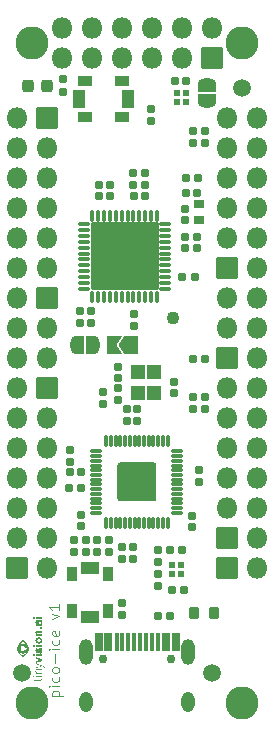
<source format=gbr>
G04 #@! TF.GenerationSoftware,KiCad,Pcbnew,(6.0.5)*
G04 #@! TF.CreationDate,2022-08-24T15:32:52-07:00*
G04 #@! TF.ProjectId,pico-ice,7069636f-2d69-4636-952e-6b696361645f,REV1*
G04 #@! TF.SameCoordinates,Original*
G04 #@! TF.FileFunction,Soldermask,Top*
G04 #@! TF.FilePolarity,Negative*
%FSLAX46Y46*%
G04 Gerber Fmt 4.6, Leading zero omitted, Abs format (unit mm)*
G04 Created by KiCad (PCBNEW (6.0.5)) date 2022-08-24 15:32:52*
%MOMM*%
%LPD*%
G01*
G04 APERTURE LIST*
G04 Aperture macros list*
%AMRoundRect*
0 Rectangle with rounded corners*
0 $1 Rounding radius*
0 $2 $3 $4 $5 $6 $7 $8 $9 X,Y pos of 4 corners*
0 Add a 4 corners polygon primitive as box body*
4,1,4,$2,$3,$4,$5,$6,$7,$8,$9,$2,$3,0*
0 Add four circle primitives for the rounded corners*
1,1,$1+$1,$2,$3*
1,1,$1+$1,$4,$5*
1,1,$1+$1,$6,$7*
1,1,$1+$1,$8,$9*
0 Add four rect primitives between the rounded corners*
20,1,$1+$1,$2,$3,$4,$5,0*
20,1,$1+$1,$4,$5,$6,$7,0*
20,1,$1+$1,$6,$7,$8,$9,0*
20,1,$1+$1,$8,$9,$2,$3,0*%
%AMFreePoly0*
4,1,16,0.536062,0.786062,0.542435,0.778290,1.042435,0.028290,1.050010,-0.010002,1.042435,-0.028290,0.542435,-0.778290,0.510002,-0.800010,0.500000,-0.801000,-0.500000,-0.801000,-0.536062,-0.786062,-0.551000,-0.750000,-0.551000,0.750000,-0.536062,0.786062,-0.500000,0.801000,0.500000,0.801000,0.536062,0.786062,0.536062,0.786062,$1*%
%AMFreePoly1*
4,1,16,0.536062,0.786062,0.551000,0.750000,0.551000,-0.750000,0.536062,-0.786062,0.500000,-0.801000,-0.650000,-0.801000,-0.686062,-0.786062,-0.701000,-0.750000,-0.692435,-0.721710,-0.211295,0.000000,-0.692435,0.721710,-0.700010,0.760002,-0.678290,0.792435,-0.650000,0.801000,0.500000,0.801000,0.536062,0.786062,0.536062,0.786062,$1*%
%AMFreePoly2*
4,1,37,0.536062,0.786062,0.551000,0.750000,0.551000,-0.750000,0.536062,-0.786062,0.500000,-0.801000,0.000000,-0.801000,-0.012525,-0.795812,-0.080875,-0.794559,-0.095149,-0.792248,-0.230464,-0.749973,-0.243516,-0.743747,-0.361526,-0.665192,-0.372306,-0.655554,-0.463526,-0.547035,-0.471167,-0.534759,-0.528262,-0.405000,-0.532150,-0.391073,-0.549733,-0.256613,-0.548336,-0.256430,-0.551000,-0.250000,
-0.551000,0.250000,-0.550512,0.251179,-0.550356,0.263956,-0.528545,0.404033,-0.524317,0.417860,-0.464069,0.546185,-0.456130,0.558271,-0.362286,0.664529,-0.351274,0.673901,-0.231379,0.749549,-0.218180,0.755454,-0.081873,0.794411,-0.067546,0.796373,-0.011990,0.796033,0.000000,0.801000,0.500000,0.801000,0.536062,0.786062,0.536062,0.786062,$1*%
%AMFreePoly3*
4,1,37,0.012349,0.795885,0.074216,0.795507,0.088518,0.793370,0.224339,0.752751,0.237465,0.746685,0.356427,0.669578,0.367324,0.660073,0.459862,0.552676,0.467652,0.540494,0.526329,0.411442,0.530388,0.397563,0.550485,0.257230,0.551000,0.250000,0.551000,-0.250000,0.550996,-0.250622,0.550847,-0.262838,0.550144,-0.270677,0.526624,-0.410478,0.522228,-0.424254,0.460416,-0.551833,
0.452330,-0.563821,0.357195,-0.668925,0.346069,-0.678161,0.225259,-0.752338,0.211989,-0.758081,0.075216,-0.795370,0.060866,-0.797157,0.011464,-0.796251,0.000000,-0.801000,-0.500000,-0.801000,-0.536062,-0.786062,-0.551000,-0.750000,-0.551000,0.750000,-0.536062,0.786062,-0.500000,0.801000,0.000000,0.801000,0.012349,0.795885,0.012349,0.795885,$1*%
G04 Aperture macros list end*
%ADD10C,0.125000*%
%ADD11C,2.802000*%
%ADD12RoundRect,0.191000X0.170000X-0.140000X0.170000X0.140000X-0.170000X0.140000X-0.170000X-0.140000X0*%
%ADD13RoundRect,0.186000X-0.185000X0.135000X-0.185000X-0.135000X0.185000X-0.135000X0.185000X0.135000X0*%
%ADD14RoundRect,0.251000X0.200000X0.275000X-0.200000X0.275000X-0.200000X-0.275000X0.200000X-0.275000X0*%
%ADD15RoundRect,0.191000X0.140000X0.170000X-0.140000X0.170000X-0.140000X-0.170000X0.140000X-0.170000X0*%
%ADD16RoundRect,0.191000X-0.170000X0.140000X-0.170000X-0.140000X0.170000X-0.140000X0.170000X0.140000X0*%
%ADD17RoundRect,0.269750X0.218750X0.256250X-0.218750X0.256250X-0.218750X-0.256250X0.218750X-0.256250X0*%
%ADD18RoundRect,0.186000X-0.135000X-0.185000X0.135000X-0.185000X0.135000X0.185000X-0.135000X0.185000X0*%
%ADD19RoundRect,0.051000X0.850000X-0.850000X0.850000X0.850000X-0.850000X0.850000X-0.850000X-0.850000X0*%
%ADD20O,1.802000X1.802000*%
%ADD21RoundRect,0.051000X0.475000X0.700000X-0.475000X0.700000X-0.475000X-0.700000X0.475000X-0.700000X0*%
%ADD22RoundRect,0.051000X-0.575000X0.375000X-0.575000X-0.375000X0.575000X-0.375000X0.575000X0.375000X0*%
%ADD23RoundRect,0.186000X0.185000X-0.135000X0.185000X0.135000X-0.185000X0.135000X-0.185000X-0.135000X0*%
%ADD24RoundRect,0.051000X0.850000X0.850000X-0.850000X0.850000X-0.850000X-0.850000X0.850000X-0.850000X0*%
%ADD25RoundRect,0.051000X-0.850000X-0.850000X0.850000X-0.850000X0.850000X0.850000X-0.850000X0.850000X0*%
%ADD26C,0.752000*%
%ADD27RoundRect,0.051000X-0.300000X-0.725000X0.300000X-0.725000X0.300000X0.725000X-0.300000X0.725000X0*%
%ADD28RoundRect,0.051000X-0.150000X-0.725000X0.150000X-0.725000X0.150000X0.725000X-0.150000X0.725000X0*%
%ADD29O,1.102000X2.202000*%
%ADD30O,1.102000X1.702000*%
%ADD31FreePoly0,180.000000*%
%ADD32FreePoly1,180.000000*%
%ADD33FreePoly2,0.000000*%
%ADD34FreePoly3,0.000000*%
%ADD35RoundRect,0.051000X-0.215000X-0.215000X0.215000X-0.215000X0.215000X0.215000X-0.215000X0.215000X0*%
%ADD36RoundRect,0.051000X-0.850000X0.850000X-0.850000X-0.850000X0.850000X-0.850000X0.850000X0.850000X0*%
%ADD37C,1.102000*%
%ADD38C,1.500000*%
%ADD39RoundRect,0.191000X-0.140000X-0.170000X0.140000X-0.170000X0.140000X0.170000X-0.140000X0.170000X0*%
%ADD40RoundRect,0.051000X-0.700000X0.475000X-0.700000X-0.475000X0.700000X-0.475000X0.700000X0.475000X0*%
%ADD41RoundRect,0.051000X-0.375000X-0.575000X0.375000X-0.575000X0.375000X0.575000X-0.375000X0.575000X0*%
%ADD42RoundRect,0.101000X0.387500X0.050000X-0.387500X0.050000X-0.387500X-0.050000X0.387500X-0.050000X0*%
%ADD43RoundRect,0.101000X0.050000X0.387500X-0.050000X0.387500X-0.050000X-0.387500X0.050000X-0.387500X0*%
%ADD44RoundRect,0.195000X1.456000X1.456000X-1.456000X1.456000X-1.456000X-1.456000X1.456000X-1.456000X0*%
%ADD45RoundRect,0.051000X-0.500000X0.575000X-0.500000X-0.575000X0.500000X-0.575000X0.500000X0.575000X0*%
%ADD46RoundRect,0.051000X-0.350000X0.300000X-0.350000X-0.300000X0.350000X-0.300000X0.350000X0.300000X0*%
%ADD47RoundRect,0.113500X0.062500X-0.375000X0.062500X0.375000X-0.062500X0.375000X-0.062500X-0.375000X0*%
%ADD48RoundRect,0.113500X0.375000X-0.062500X0.375000X0.062500X-0.375000X0.062500X-0.375000X-0.062500X0*%
%ADD49RoundRect,0.051000X2.800000X-2.800000X2.800000X2.800000X-2.800000X2.800000X-2.800000X-2.800000X0*%
%ADD50FreePoly2,270.000000*%
%ADD51FreePoly3,270.000000*%
G04 APERTURE END LIST*
D10*
X65212142Y-131492142D02*
X66112142Y-131492142D01*
X65255000Y-131492142D02*
X65212142Y-131406428D01*
X65212142Y-131235000D01*
X65255000Y-131149285D01*
X65297857Y-131106428D01*
X65383571Y-131063571D01*
X65640714Y-131063571D01*
X65726428Y-131106428D01*
X65769285Y-131149285D01*
X65812142Y-131235000D01*
X65812142Y-131406428D01*
X65769285Y-131492142D01*
X65812142Y-130677857D02*
X65212142Y-130677857D01*
X64912142Y-130677857D02*
X64955000Y-130720714D01*
X64997857Y-130677857D01*
X64955000Y-130635000D01*
X64912142Y-130677857D01*
X64997857Y-130677857D01*
X65769285Y-129863571D02*
X65812142Y-129949285D01*
X65812142Y-130120714D01*
X65769285Y-130206428D01*
X65726428Y-130249285D01*
X65640714Y-130292142D01*
X65383571Y-130292142D01*
X65297857Y-130249285D01*
X65255000Y-130206428D01*
X65212142Y-130120714D01*
X65212142Y-129949285D01*
X65255000Y-129863571D01*
X65812142Y-129349285D02*
X65769285Y-129435000D01*
X65726428Y-129477857D01*
X65640714Y-129520714D01*
X65383571Y-129520714D01*
X65297857Y-129477857D01*
X65255000Y-129435000D01*
X65212142Y-129349285D01*
X65212142Y-129220714D01*
X65255000Y-129135000D01*
X65297857Y-129092142D01*
X65383571Y-129049285D01*
X65640714Y-129049285D01*
X65726428Y-129092142D01*
X65769285Y-129135000D01*
X65812142Y-129220714D01*
X65812142Y-129349285D01*
X65469285Y-128663571D02*
X65469285Y-127977857D01*
X65812142Y-127549285D02*
X65212142Y-127549285D01*
X64912142Y-127549285D02*
X64955000Y-127592142D01*
X64997857Y-127549285D01*
X64955000Y-127506428D01*
X64912142Y-127549285D01*
X64997857Y-127549285D01*
X65769285Y-126735000D02*
X65812142Y-126820714D01*
X65812142Y-126992142D01*
X65769285Y-127077857D01*
X65726428Y-127120714D01*
X65640714Y-127163571D01*
X65383571Y-127163571D01*
X65297857Y-127120714D01*
X65255000Y-127077857D01*
X65212142Y-126992142D01*
X65212142Y-126820714D01*
X65255000Y-126735000D01*
X65769285Y-126006428D02*
X65812142Y-126092142D01*
X65812142Y-126263571D01*
X65769285Y-126349285D01*
X65683571Y-126392142D01*
X65340714Y-126392142D01*
X65255000Y-126349285D01*
X65212142Y-126263571D01*
X65212142Y-126092142D01*
X65255000Y-126006428D01*
X65340714Y-125963571D01*
X65426428Y-125963571D01*
X65512142Y-126392142D01*
X65212142Y-124977857D02*
X65812142Y-124763571D01*
X65212142Y-124549285D01*
X65812142Y-123735000D02*
X65812142Y-124249285D01*
X65812142Y-123992142D02*
X64912142Y-123992142D01*
X65040714Y-124077857D01*
X65126428Y-124163571D01*
X65169285Y-124249285D01*
G36*
X64348471Y-126120314D02*
G01*
X64177763Y-126120338D01*
X64134600Y-126120393D01*
X64097263Y-126120560D01*
X64065288Y-126120861D01*
X64038207Y-126121319D01*
X64015557Y-126121956D01*
X63996870Y-126122795D01*
X63981681Y-126123858D01*
X63969525Y-126125167D01*
X63959934Y-126126745D01*
X63952444Y-126128614D01*
X63946590Y-126130797D01*
X63945050Y-126131533D01*
X63928366Y-126143151D01*
X63916680Y-126158253D01*
X63910359Y-126176070D01*
X63909773Y-126195834D01*
X63910923Y-126202755D01*
X63916432Y-126220591D01*
X63925012Y-126234897D01*
X63937542Y-126246575D01*
X63954905Y-126256526D01*
X63969300Y-126262535D01*
X63973417Y-126264043D01*
X63977475Y-126265326D01*
X63982005Y-126266402D01*
X63987538Y-126267296D01*
X63994607Y-126268028D01*
X64003741Y-126268619D01*
X64015474Y-126269092D01*
X64030335Y-126269469D01*
X64048856Y-126269770D01*
X64071569Y-126270017D01*
X64099005Y-126270233D01*
X64131695Y-126270439D01*
X64168323Y-126270645D01*
X64348471Y-126271643D01*
X64348471Y-126434982D01*
X63788362Y-126434982D01*
X63788362Y-126284114D01*
X63833067Y-126283241D01*
X63877773Y-126282368D01*
X63856659Y-126268620D01*
X63847015Y-126261631D01*
X63836136Y-126252646D01*
X63825108Y-126242710D01*
X63815018Y-126232867D01*
X63806950Y-126224162D01*
X63801991Y-126217639D01*
X63800948Y-126215016D01*
X63799076Y-126211094D01*
X63794643Y-126205260D01*
X63789326Y-126197519D01*
X63785430Y-126187689D01*
X63782784Y-126174817D01*
X63781215Y-126157949D01*
X63780553Y-126136131D01*
X63780504Y-126126607D01*
X63780688Y-126106380D01*
X63781335Y-126091063D01*
X63782571Y-126079282D01*
X63784523Y-126069663D01*
X63786318Y-126063674D01*
X63789823Y-126054049D01*
X63792848Y-126047112D01*
X63794336Y-126044794D01*
X63797045Y-126041363D01*
X63801594Y-126034291D01*
X63804810Y-126028879D01*
X63820049Y-126008613D01*
X63840423Y-125991234D01*
X63865273Y-125977166D01*
X63893944Y-125966835D01*
X63905074Y-125964113D01*
X63910642Y-125963081D01*
X63917466Y-125962181D01*
X63926026Y-125961398D01*
X63936797Y-125960720D01*
X63950257Y-125960132D01*
X63966885Y-125959623D01*
X63987157Y-125959178D01*
X64011552Y-125958783D01*
X64040546Y-125958427D01*
X64074617Y-125958095D01*
X64114243Y-125957774D01*
X64138430Y-125957599D01*
X64348471Y-125956121D01*
X64348471Y-126120314D01*
G37*
G36*
X63678228Y-129880596D02*
G01*
X63593267Y-129880596D01*
X63593267Y-129801929D01*
X63678228Y-129801929D01*
X63678228Y-129880596D01*
G37*
G36*
X63744308Y-127322346D02*
G01*
X63577534Y-127322346D01*
X63577534Y-127158718D01*
X63744308Y-127158718D01*
X63744308Y-127322346D01*
G37*
G36*
X64348471Y-125837113D02*
G01*
X64175403Y-125837113D01*
X64175403Y-125667192D01*
X64348471Y-125667192D01*
X64348471Y-125837113D01*
G37*
G36*
X64145510Y-125568482D02*
G01*
X64122478Y-125559784D01*
X64103577Y-125549310D01*
X64086656Y-125535703D01*
X64075527Y-125524346D01*
X64061309Y-125506843D01*
X64049021Y-125487344D01*
X64038471Y-125465232D01*
X64029466Y-125439885D01*
X64021814Y-125410684D01*
X64015322Y-125377009D01*
X64009798Y-125338241D01*
X64005547Y-125299030D01*
X64003985Y-125283065D01*
X64002457Y-125268016D01*
X64001163Y-125255806D01*
X64000440Y-125249470D01*
X63999908Y-125245125D01*
X64084149Y-125245125D01*
X64085068Y-125257436D01*
X64087549Y-125273714D01*
X64091179Y-125291949D01*
X64095542Y-125310133D01*
X64100225Y-125326257D01*
X64101850Y-125331007D01*
X64109532Y-125349995D01*
X64117602Y-125364361D01*
X64127216Y-125375729D01*
X64139533Y-125385726D01*
X64142099Y-125387486D01*
X64161584Y-125397498D01*
X64180759Y-125401804D01*
X64198975Y-125400982D01*
X64215585Y-125395613D01*
X64229939Y-125386273D01*
X64241391Y-125373542D01*
X64249291Y-125357998D01*
X64252992Y-125340219D01*
X64251846Y-125320786D01*
X64245204Y-125300275D01*
X64243573Y-125296903D01*
X64230654Y-125278026D01*
X64212851Y-125261787D01*
X64191300Y-125248999D01*
X64167141Y-125240477D01*
X64163448Y-125239635D01*
X64152722Y-125238059D01*
X64138175Y-125236844D01*
X64122279Y-125236173D01*
X64115461Y-125236097D01*
X64084149Y-125236097D01*
X64084149Y-125245125D01*
X63999908Y-125245125D01*
X63998803Y-125236097D01*
X63975967Y-125236097D01*
X63950281Y-125237994D01*
X63929412Y-125243781D01*
X63913125Y-125253601D01*
X63901180Y-125267594D01*
X63893452Y-125285517D01*
X63889567Y-125308109D01*
X63890520Y-125330838D01*
X63895975Y-125352345D01*
X63905596Y-125371269D01*
X63918129Y-125385479D01*
X63929566Y-125393440D01*
X63943095Y-125400209D01*
X63956297Y-125404729D01*
X63965136Y-125406018D01*
X63969565Y-125407997D01*
X63970885Y-125414671D01*
X63970579Y-125423544D01*
X63969736Y-125435709D01*
X63968497Y-125449837D01*
X63967007Y-125464599D01*
X63965411Y-125478669D01*
X63963851Y-125490717D01*
X63962471Y-125499416D01*
X63961416Y-125503438D01*
X63961255Y-125503565D01*
X63960077Y-125506472D01*
X63958730Y-125514261D01*
X63957431Y-125525530D01*
X63956879Y-125531885D01*
X63955715Y-125545987D01*
X63954108Y-125554723D01*
X63950878Y-125558978D01*
X63944843Y-125559636D01*
X63934822Y-125557580D01*
X63925696Y-125555230D01*
X63894779Y-125544413D01*
X63867789Y-125528818D01*
X63844585Y-125508312D01*
X63825021Y-125482761D01*
X63808956Y-125452030D01*
X63805205Y-125442844D01*
X63800798Y-125431864D01*
X63797088Y-125423355D01*
X63794760Y-125418877D01*
X63794524Y-125418604D01*
X63793011Y-125415016D01*
X63790609Y-125406781D01*
X63787744Y-125395411D01*
X63786554Y-125390284D01*
X63783631Y-125372667D01*
X63781570Y-125350489D01*
X63780372Y-125325351D01*
X63780037Y-125298854D01*
X63780567Y-125272599D01*
X63781962Y-125248189D01*
X63784223Y-125227223D01*
X63786457Y-125214857D01*
X63789457Y-125203077D01*
X63792308Y-125194088D01*
X63794536Y-125189312D01*
X63795110Y-125188897D01*
X63797552Y-125186368D01*
X63797802Y-125184541D01*
X63799145Y-125179919D01*
X63802737Y-125171248D01*
X63807922Y-125160061D01*
X63810574Y-125154666D01*
X63824153Y-125131831D01*
X63840067Y-125112316D01*
X63857287Y-125097274D01*
X63867285Y-125091147D01*
X63873531Y-125087989D01*
X63879456Y-125085261D01*
X63885559Y-125082926D01*
X63892340Y-125080949D01*
X63900296Y-125079291D01*
X63909928Y-125077917D01*
X63921732Y-125076790D01*
X63936209Y-125075872D01*
X63953857Y-125075127D01*
X63975175Y-125074519D01*
X64000661Y-125074009D01*
X64030814Y-125073562D01*
X64066133Y-125073141D01*
X64107117Y-125072709D01*
X64118763Y-125072590D01*
X64164606Y-125072082D01*
X64204391Y-125071550D01*
X64238356Y-125070988D01*
X64266736Y-125070388D01*
X64289768Y-125069745D01*
X64307687Y-125069052D01*
X64320731Y-125068303D01*
X64329134Y-125067491D01*
X64332716Y-125066778D01*
X64340555Y-125064307D01*
X64345662Y-125063065D01*
X64346090Y-125063029D01*
X64346736Y-125066037D01*
X64347315Y-125074501D01*
X64347803Y-125087587D01*
X64348174Y-125104459D01*
X64348405Y-125124280D01*
X64348471Y-125142945D01*
X64348471Y-125222860D01*
X64322510Y-125226327D01*
X64308345Y-125228095D01*
X64294743Y-125229584D01*
X64284332Y-125230510D01*
X64283164Y-125230585D01*
X64269778Y-125231377D01*
X64295167Y-125252825D01*
X64317307Y-125273796D01*
X64334193Y-125295318D01*
X64346352Y-125318517D01*
X64354309Y-125344519D01*
X64358593Y-125374449D01*
X64359490Y-125390284D01*
X64359753Y-125406862D01*
X64359481Y-125423094D01*
X64358738Y-125436802D01*
X64357940Y-125443933D01*
X64353544Y-125463217D01*
X64346741Y-125483563D01*
X64338568Y-125502110D01*
X64333706Y-125510760D01*
X64327200Y-125520125D01*
X64319475Y-125529828D01*
X64311726Y-125538533D01*
X64305150Y-125544903D01*
X64300941Y-125547601D01*
X64300737Y-125547618D01*
X64296536Y-125549265D01*
X64289421Y-125553413D01*
X64286157Y-125555568D01*
X64266327Y-125565827D01*
X64242505Y-125572808D01*
X64216151Y-125576375D01*
X64188722Y-125576395D01*
X64180759Y-125575317D01*
X64161678Y-125572734D01*
X64145510Y-125568482D01*
G37*
G36*
X64348471Y-127322346D02*
G01*
X63788362Y-127322346D01*
X63788362Y-127158718D01*
X64348471Y-127158718D01*
X64348471Y-127322346D01*
G37*
G36*
X64348471Y-129874303D02*
G01*
X63788362Y-129874303D01*
X63788362Y-129805076D01*
X64348471Y-129805076D01*
X64348471Y-129874303D01*
G37*
G36*
X64348471Y-129279096D02*
G01*
X64146296Y-129280335D01*
X64105565Y-129280590D01*
X64070616Y-129280832D01*
X64040938Y-129281078D01*
X64016018Y-129281347D01*
X63995347Y-129281658D01*
X63978412Y-129282027D01*
X63964702Y-129282475D01*
X63953706Y-129283018D01*
X63944912Y-129283676D01*
X63937809Y-129284466D01*
X63931886Y-129285407D01*
X63926631Y-129286518D01*
X63921533Y-129287815D01*
X63919220Y-129288447D01*
X63892189Y-129298005D01*
X63870676Y-129310395D01*
X63854435Y-129325928D01*
X63843218Y-129344913D01*
X63836779Y-129367660D01*
X63834868Y-129394246D01*
X63837656Y-129424354D01*
X63845715Y-129451673D01*
X63859377Y-129476993D01*
X63878972Y-129501103D01*
X63880212Y-129502393D01*
X63899302Y-129519724D01*
X63920037Y-129533541D01*
X63943919Y-129544678D01*
X63972450Y-129553967D01*
X63973840Y-129554348D01*
X63979264Y-129555745D01*
X63984808Y-129556933D01*
X63991026Y-129557931D01*
X63998475Y-129558763D01*
X64007713Y-129559448D01*
X64019295Y-129560008D01*
X64033778Y-129560465D01*
X64051719Y-129560840D01*
X64073675Y-129561153D01*
X64100201Y-129561427D01*
X64131855Y-129561683D01*
X64169192Y-129561942D01*
X64173043Y-129561967D01*
X64348471Y-129563121D01*
X64348471Y-129635155D01*
X63788362Y-129635155D01*
X63788362Y-129562782D01*
X63886884Y-129562782D01*
X63867318Y-129550135D01*
X63843038Y-129532292D01*
X63822489Y-129512811D01*
X63806917Y-129492876D01*
X63806650Y-129492459D01*
X63800482Y-129483075D01*
X63795137Y-129475515D01*
X63792443Y-129472172D01*
X63788562Y-129465593D01*
X63784377Y-129454391D01*
X63780335Y-129440192D01*
X63776881Y-129424625D01*
X63774460Y-129409314D01*
X63773981Y-129404786D01*
X63773405Y-129388230D01*
X63774162Y-129369952D01*
X63775448Y-129358241D01*
X63777883Y-129345244D01*
X63781217Y-129331612D01*
X63785010Y-129318733D01*
X63788818Y-129307995D01*
X63792198Y-129300785D01*
X63794509Y-129298461D01*
X63797279Y-129296030D01*
X63802172Y-129289729D01*
X63806818Y-129282910D01*
X63823108Y-129263293D01*
X63844762Y-129246096D01*
X63871183Y-129231714D01*
X63900069Y-129221045D01*
X63904222Y-129219933D01*
X63909002Y-129218969D01*
X63914887Y-129218142D01*
X63922355Y-129217435D01*
X63931881Y-129216837D01*
X63943944Y-129216333D01*
X63959020Y-129215909D01*
X63977586Y-129215552D01*
X64000120Y-129215248D01*
X64027099Y-129214984D01*
X64058999Y-129214744D01*
X64096299Y-129214517D01*
X64133710Y-129214317D01*
X64348471Y-129213215D01*
X64348471Y-129279096D01*
G37*
G36*
X64215710Y-127417628D02*
G01*
X64246191Y-127428749D01*
X64273954Y-127444927D01*
X64298391Y-127465815D01*
X64318892Y-127491066D01*
X64333151Y-127516532D01*
X64345066Y-127548386D01*
X64353747Y-127584359D01*
X64359023Y-127623075D01*
X64360724Y-127663157D01*
X64358681Y-127703228D01*
X64357474Y-127713802D01*
X64352343Y-127743676D01*
X64344703Y-127770372D01*
X64333699Y-127796784D01*
X64331894Y-127800517D01*
X64324056Y-127815210D01*
X64315718Y-127827616D01*
X64305292Y-127839858D01*
X64293531Y-127851790D01*
X64274258Y-127868529D01*
X64253597Y-127882910D01*
X64232953Y-127894115D01*
X64213733Y-127901329D01*
X64205183Y-127903169D01*
X64192484Y-127905070D01*
X64183889Y-127841056D01*
X64181289Y-127821424D01*
X64179011Y-127803706D01*
X64177179Y-127788926D01*
X64175922Y-127778111D01*
X64175365Y-127772284D01*
X64175349Y-127771778D01*
X64178297Y-127767021D01*
X64186085Y-127762991D01*
X64186308Y-127762917D01*
X64198544Y-127756613D01*
X64211525Y-127746297D01*
X64223445Y-127733712D01*
X64232503Y-127720601D01*
X64234669Y-127716195D01*
X64242667Y-127690699D01*
X64246444Y-127662325D01*
X64245925Y-127632931D01*
X64241032Y-127604376D01*
X64239517Y-127598913D01*
X64232794Y-127583294D01*
X64223163Y-127570119D01*
X64211757Y-127560514D01*
X64199713Y-127555602D01*
X64195397Y-127555200D01*
X64183673Y-127556831D01*
X64173983Y-127562060D01*
X64166046Y-127571386D01*
X64159581Y-127585311D01*
X64154308Y-127604337D01*
X64149944Y-127628963D01*
X64148632Y-127638587D01*
X64146890Y-127650442D01*
X64144430Y-127664919D01*
X64141504Y-127680781D01*
X64138362Y-127696791D01*
X64135255Y-127711710D01*
X64132435Y-127724302D01*
X64130152Y-127733328D01*
X64128657Y-127737552D01*
X64128534Y-127737684D01*
X64126668Y-127741315D01*
X64123894Y-127749387D01*
X64120784Y-127760222D01*
X64120499Y-127761307D01*
X64109438Y-127793295D01*
X64094128Y-127820659D01*
X64074535Y-127843448D01*
X64053177Y-127860111D01*
X64026014Y-127873933D01*
X63996818Y-127882320D01*
X63966542Y-127885377D01*
X63936136Y-127883212D01*
X63906551Y-127875930D01*
X63878738Y-127863637D01*
X63853647Y-127846440D01*
X63843013Y-127836641D01*
X63834019Y-127826304D01*
X63824530Y-127813393D01*
X63815372Y-127799288D01*
X63807368Y-127785369D01*
X63801343Y-127773017D01*
X63798121Y-127763611D01*
X63797802Y-127760943D01*
X63796173Y-127756992D01*
X63794994Y-127756587D01*
X63792925Y-127753771D01*
X63790023Y-127746326D01*
X63786859Y-127735757D01*
X63786340Y-127733774D01*
X63783673Y-127719159D01*
X63781745Y-127700017D01*
X63780557Y-127677839D01*
X63780108Y-127654117D01*
X63780398Y-127630340D01*
X63781427Y-127608000D01*
X63783194Y-127588588D01*
X63785699Y-127573593D01*
X63786376Y-127570941D01*
X63789588Y-127560375D01*
X63792488Y-127552448D01*
X63794419Y-127548914D01*
X63796932Y-127545528D01*
X63801388Y-127538069D01*
X63806872Y-127528077D01*
X63807504Y-127526880D01*
X63820377Y-127507136D01*
X63837621Y-127487547D01*
X63857518Y-127469858D01*
X63876568Y-127456830D01*
X63890892Y-127448979D01*
X63904129Y-127442607D01*
X63915140Y-127438183D01*
X63922787Y-127436177D01*
X63925678Y-127436586D01*
X63927048Y-127440032D01*
X63929728Y-127448378D01*
X63933383Y-127460449D01*
X63937677Y-127475068D01*
X63942278Y-127491061D01*
X63946850Y-127507253D01*
X63951059Y-127522468D01*
X63954570Y-127535531D01*
X63957049Y-127545267D01*
X63958162Y-127550500D01*
X63958191Y-127550839D01*
X63955566Y-127553925D01*
X63948799Y-127557782D01*
X63944382Y-127559653D01*
X63926725Y-127569285D01*
X63910683Y-127583339D01*
X63898230Y-127599953D01*
X63895000Y-127606215D01*
X63891618Y-127614509D01*
X63889417Y-127622581D01*
X63888156Y-127632131D01*
X63887593Y-127644859D01*
X63887482Y-127659040D01*
X63887634Y-127675491D01*
X63888250Y-127687284D01*
X63889567Y-127696049D01*
X63891824Y-127703418D01*
X63894992Y-127710481D01*
X63904804Y-127724968D01*
X63916901Y-127734067D01*
X63930529Y-127737542D01*
X63944936Y-127735158D01*
X63955609Y-127729512D01*
X63960964Y-127725267D01*
X63965418Y-127720166D01*
X63969219Y-127713427D01*
X63972612Y-127704266D01*
X63975843Y-127691902D01*
X63979159Y-127675550D01*
X63982805Y-127654428D01*
X63986488Y-127631239D01*
X63989884Y-127610138D01*
X63993486Y-127589085D01*
X63997005Y-127569675D01*
X64000154Y-127553501D01*
X64002379Y-127543259D01*
X64012718Y-127509602D01*
X64026599Y-127481113D01*
X64044170Y-127457658D01*
X64065579Y-127439105D01*
X64090975Y-127425322D01*
X64120505Y-127416175D01*
X64149039Y-127411940D01*
X64183123Y-127411909D01*
X64215710Y-127417628D01*
G37*
G36*
X62709993Y-128208845D02*
G01*
X62706513Y-128205591D01*
X62698907Y-128199710D01*
X62688303Y-128192039D01*
X62676010Y-128183544D01*
X62641425Y-128159638D01*
X62610755Y-128137224D01*
X62582631Y-128115152D01*
X62555681Y-128092277D01*
X62528535Y-128067449D01*
X62499821Y-128039520D01*
X62479669Y-128019164D01*
X62440156Y-127977098D01*
X62405534Y-127936473D01*
X62374959Y-127896134D01*
X62347588Y-127854926D01*
X62329062Y-127822901D01*
X62460059Y-127822901D01*
X62461312Y-127826077D01*
X62465924Y-127833003D01*
X62474044Y-127844142D01*
X62482992Y-127856163D01*
X62518784Y-127900598D01*
X62560049Y-127945456D01*
X62606066Y-127990028D01*
X62656117Y-128033606D01*
X62692823Y-128062875D01*
X62715928Y-128080645D01*
X62740927Y-128061003D01*
X62753592Y-128051172D01*
X62766325Y-128041486D01*
X62777089Y-128033489D01*
X62780755Y-128030846D01*
X62799500Y-128016457D01*
X62821177Y-127997981D01*
X62844889Y-127976325D01*
X62869742Y-127952399D01*
X62894840Y-127927112D01*
X62919288Y-127901372D01*
X62942190Y-127876087D01*
X62962652Y-127852167D01*
X62979777Y-127830520D01*
X62984573Y-127823989D01*
X62992697Y-127812600D01*
X62999264Y-127803265D01*
X63003525Y-127797059D01*
X63004775Y-127795047D01*
X63002561Y-127796426D01*
X62996644Y-127800869D01*
X62988212Y-127807480D01*
X62986432Y-127808901D01*
X62957548Y-127829396D01*
X62924094Y-127848696D01*
X62887780Y-127866009D01*
X62850316Y-127880539D01*
X62813411Y-127891495D01*
X62803451Y-127893805D01*
X62785847Y-127896586D01*
X62763596Y-127898541D01*
X62738286Y-127899672D01*
X62711509Y-127899975D01*
X62684855Y-127899452D01*
X62659916Y-127898101D01*
X62638281Y-127895922D01*
X62625834Y-127893879D01*
X62587181Y-127883857D01*
X62548179Y-127869787D01*
X62526543Y-127859770D01*
X62510934Y-127852544D01*
X62477552Y-127833000D01*
X62474964Y-127831264D01*
X62467034Y-127825956D01*
X62462016Y-127823015D01*
X62460059Y-127822901D01*
X62329062Y-127822901D01*
X62322580Y-127811696D01*
X62310074Y-127787632D01*
X62526543Y-127787632D01*
X62572078Y-127761096D01*
X62587274Y-127752300D01*
X62600535Y-127744736D01*
X62610929Y-127738927D01*
X62617521Y-127735398D01*
X62619402Y-127734561D01*
X62622473Y-127733042D01*
X62630297Y-127728745D01*
X62642191Y-127722058D01*
X62657468Y-127713369D01*
X62675446Y-127703066D01*
X62695438Y-127691538D01*
X62702654Y-127687361D01*
X62723171Y-127675503D01*
X62741899Y-127664736D01*
X62758155Y-127655449D01*
X62771256Y-127648030D01*
X62780519Y-127642866D01*
X62785261Y-127640346D01*
X62785725Y-127640160D01*
X62788757Y-127638646D01*
X62796533Y-127634368D01*
X62808354Y-127627722D01*
X62823520Y-127619103D01*
X62841332Y-127608907D01*
X62861092Y-127597531D01*
X62865406Y-127595039D01*
X62885974Y-127583181D01*
X62905181Y-127572160D01*
X62922233Y-127562430D01*
X62936335Y-127554442D01*
X62946694Y-127548647D01*
X62952513Y-127545496D01*
X62952918Y-127545293D01*
X62958927Y-127542115D01*
X62968765Y-127536648D01*
X62981489Y-127529441D01*
X62996157Y-127521041D01*
X63011824Y-127511997D01*
X63027549Y-127502856D01*
X63042387Y-127494167D01*
X63055395Y-127486478D01*
X63065630Y-127480336D01*
X63072150Y-127476290D01*
X63074065Y-127474905D01*
X63071458Y-127473111D01*
X63064155Y-127468666D01*
X63052932Y-127462028D01*
X63038564Y-127453654D01*
X63021829Y-127444000D01*
X63013113Y-127439006D01*
X62995412Y-127428928D01*
X62979577Y-127419993D01*
X62974233Y-127417012D01*
X62966410Y-127412647D01*
X62956714Y-127407336D01*
X62951290Y-127404506D01*
X62950441Y-127404159D01*
X62947384Y-127402651D01*
X62939557Y-127398384D01*
X62927645Y-127391740D01*
X62912330Y-127383105D01*
X62894296Y-127372862D01*
X62874226Y-127361396D01*
X62866488Y-127356959D01*
X62845854Y-127345143D01*
X62827018Y-127334409D01*
X62810661Y-127325140D01*
X62797464Y-127317722D01*
X62788107Y-127312537D01*
X62783271Y-127309969D01*
X62782765Y-127309759D01*
X62779751Y-127308261D01*
X62771987Y-127304032D01*
X62760182Y-127297469D01*
X62745046Y-127288969D01*
X62727289Y-127278929D01*
X62707621Y-127267747D01*
X62705042Y-127266277D01*
X62684405Y-127254535D01*
X62664885Y-127243483D01*
X62647346Y-127233608D01*
X62632656Y-127225395D01*
X62621680Y-127219330D01*
X62615284Y-127215900D01*
X62615222Y-127215868D01*
X62607181Y-127211590D01*
X62595290Y-127205041D01*
X62581143Y-127197106D01*
X62566333Y-127188673D01*
X62566119Y-127188550D01*
X62552708Y-127180934D01*
X62541292Y-127174612D01*
X62532957Y-127170172D01*
X62528791Y-127168204D01*
X62528574Y-127168158D01*
X62528288Y-127171234D01*
X62528014Y-127180179D01*
X62527755Y-127194568D01*
X62527514Y-127213976D01*
X62527293Y-127237979D01*
X62527095Y-127266152D01*
X62526923Y-127298071D01*
X62526779Y-127333311D01*
X62526667Y-127371448D01*
X62526589Y-127412056D01*
X62526549Y-127454711D01*
X62526543Y-127477895D01*
X62526543Y-127787632D01*
X62310074Y-127787632D01*
X62308658Y-127784908D01*
X62300463Y-127768674D01*
X62293050Y-127754262D01*
X62286950Y-127742680D01*
X62282691Y-127734937D01*
X62280980Y-127732200D01*
X62278042Y-127726679D01*
X62273883Y-127716175D01*
X62268849Y-127701800D01*
X62263285Y-127684666D01*
X62257538Y-127665885D01*
X62251953Y-127646568D01*
X62246875Y-127627829D01*
X62242650Y-127610779D01*
X62241123Y-127603974D01*
X62238430Y-127591162D01*
X62236353Y-127580155D01*
X62234817Y-127569848D01*
X62233744Y-127559136D01*
X62233056Y-127546913D01*
X62232677Y-127532074D01*
X62232530Y-127513514D01*
X62232537Y-127490127D01*
X62232559Y-127481253D01*
X62232669Y-127455820D01*
X62232893Y-127435559D01*
X62233310Y-127419349D01*
X62234001Y-127406069D01*
X62235047Y-127394599D01*
X62236528Y-127383817D01*
X62238525Y-127372601D01*
X62241118Y-127359832D01*
X62241358Y-127358693D01*
X62244980Y-127342965D01*
X62249575Y-127325250D01*
X62254811Y-127306609D01*
X62260353Y-127288099D01*
X62265870Y-127270778D01*
X62271027Y-127255704D01*
X62275492Y-127243936D01*
X62278932Y-127236533D01*
X62280432Y-127234579D01*
X62283007Y-127230965D01*
X62287211Y-127223056D01*
X62292255Y-127212369D01*
X62293719Y-127209065D01*
X62307371Y-127180527D01*
X62324549Y-127148932D01*
X62341736Y-127120117D01*
X62474673Y-127120117D01*
X62474712Y-127120515D01*
X62477731Y-127119664D01*
X62483663Y-127116098D01*
X62484668Y-127115400D01*
X62502298Y-127104587D01*
X62524547Y-127093476D01*
X62549809Y-127082705D01*
X62576480Y-127072914D01*
X62602956Y-127064741D01*
X62625834Y-127059187D01*
X62644169Y-127056421D01*
X62666935Y-127054484D01*
X62692540Y-127053375D01*
X62719394Y-127053094D01*
X62745907Y-127053639D01*
X62770487Y-127055011D01*
X62791545Y-127057208D01*
X62803451Y-127059261D01*
X62841424Y-127069607D01*
X62881009Y-127084271D01*
X62920223Y-127102405D01*
X62957083Y-127123162D01*
X62965652Y-127128632D01*
X62974233Y-127134254D01*
X62965310Y-127122100D01*
X62958833Y-127113738D01*
X62953007Y-127106965D01*
X62951285Y-127105225D01*
X62947490Y-127101125D01*
X62940637Y-127093169D01*
X62931610Y-127082404D01*
X62921295Y-127069877D01*
X62918351Y-127066263D01*
X62892989Y-127036156D01*
X62866888Y-127007496D01*
X62839152Y-126979421D01*
X62808885Y-126951068D01*
X62775191Y-126921574D01*
X62737174Y-126890078D01*
X62725556Y-126880722D01*
X62720640Y-126877238D01*
X62716745Y-126876980D01*
X62711402Y-126880227D01*
X62708170Y-126882673D01*
X62696544Y-126892021D01*
X62681413Y-126904847D01*
X62663782Y-126920239D01*
X62644657Y-126937286D01*
X62625042Y-126955076D01*
X62605943Y-126972698D01*
X62588364Y-126989240D01*
X62573311Y-127003790D01*
X62561868Y-127015356D01*
X62550874Y-127027190D01*
X62538695Y-127040799D01*
X62525978Y-127055403D01*
X62513372Y-127070219D01*
X62501524Y-127084465D01*
X62491082Y-127097359D01*
X62482694Y-127108121D01*
X62477009Y-127115968D01*
X62474673Y-127120117D01*
X62341736Y-127120117D01*
X62344366Y-127115708D01*
X62365933Y-127082281D01*
X62388361Y-127050079D01*
X62410762Y-127020530D01*
X62412231Y-127018691D01*
X62423817Y-127004960D01*
X62439143Y-126987867D01*
X62457322Y-126968317D01*
X62477469Y-126947213D01*
X62498696Y-126925459D01*
X62520117Y-126903961D01*
X62540845Y-126883622D01*
X62559994Y-126865346D01*
X62576678Y-126850038D01*
X62583183Y-126844326D01*
X62595438Y-126833744D01*
X62606653Y-126824027D01*
X62615580Y-126816257D01*
X62620943Y-126811545D01*
X62627033Y-126806361D01*
X62636854Y-126798267D01*
X62649189Y-126788243D01*
X62662820Y-126777266D01*
X62676530Y-126766315D01*
X62689102Y-126756367D01*
X62699318Y-126748402D01*
X62703547Y-126745178D01*
X62715350Y-126736311D01*
X62748573Y-126760287D01*
X62761104Y-126769234D01*
X62771767Y-126776664D01*
X62779550Y-126781885D01*
X62783440Y-126784207D01*
X62783646Y-126784263D01*
X62787158Y-126786214D01*
X62794008Y-126791356D01*
X62802901Y-126798626D01*
X62812540Y-126806959D01*
X62821627Y-126815291D01*
X62822635Y-126816256D01*
X62828708Y-126821948D01*
X62838396Y-126830847D01*
X62850617Y-126841969D01*
X62864291Y-126854328D01*
X62872771Y-126861953D01*
X62927531Y-126913456D01*
X62976592Y-126964683D01*
X63020485Y-127016261D01*
X63059738Y-127068817D01*
X63094884Y-127122977D01*
X63098382Y-127128825D01*
X63106336Y-127142019D01*
X63113291Y-127153174D01*
X63118552Y-127161202D01*
X63121423Y-127165016D01*
X63121578Y-127165140D01*
X63124485Y-127169069D01*
X63129226Y-127177795D01*
X63135329Y-127190262D01*
X63142321Y-127205412D01*
X63149729Y-127222187D01*
X63157082Y-127239531D01*
X63163906Y-127256386D01*
X63169729Y-127271694D01*
X63171819Y-127277569D01*
X63186978Y-127325917D01*
X63197921Y-127371818D01*
X63204967Y-127417189D01*
X63208437Y-127463945D01*
X63208901Y-127499508D01*
X63208671Y-127517533D01*
X63208343Y-127533994D01*
X63207954Y-127547569D01*
X63207537Y-127556937D01*
X63207297Y-127559920D01*
X63203918Y-127583013D01*
X63199101Y-127609227D01*
X63193416Y-127635719D01*
X63187434Y-127659647D01*
X63186802Y-127661931D01*
X63180663Y-127681918D01*
X63172990Y-127703890D01*
X63164278Y-127726685D01*
X63155021Y-127749145D01*
X63145712Y-127770109D01*
X63136847Y-127788416D01*
X63128918Y-127802907D01*
X63123049Y-127811654D01*
X63119548Y-127816512D01*
X63113405Y-127825498D01*
X63105398Y-127837458D01*
X63096304Y-127851236D01*
X63093378Y-127855708D01*
X63072002Y-127886962D01*
X63048677Y-127918433D01*
X63024319Y-127949019D01*
X62999845Y-127977621D01*
X62976172Y-128003139D01*
X62954216Y-128024472D01*
X62948534Y-128029517D01*
X62937008Y-128039613D01*
X62923001Y-128052031D01*
X62908677Y-128064848D01*
X62900998Y-128071779D01*
X62884819Y-128086070D01*
X62866558Y-128101587D01*
X62847355Y-128117415D01*
X62828352Y-128132641D01*
X62810688Y-128146348D01*
X62795505Y-128157624D01*
X62784571Y-128165150D01*
X62771545Y-128173808D01*
X62757851Y-128183370D01*
X62744913Y-128192794D01*
X62734155Y-128201041D01*
X62727002Y-128207067D01*
X62726246Y-128207797D01*
X62718998Y-128212341D01*
X62715928Y-128211955D01*
X62712592Y-128211536D01*
X62709993Y-128208845D01*
G37*
G36*
X63976888Y-127050008D02*
G01*
X63939301Y-127038444D01*
X63904830Y-127022723D01*
X63887729Y-127012424D01*
X63865579Y-126995258D01*
X63844431Y-126974298D01*
X63825599Y-126951117D01*
X63810395Y-126927288D01*
X63802132Y-126909858D01*
X63798450Y-126901328D01*
X63795367Y-126895567D01*
X63794398Y-126894397D01*
X63792350Y-126890771D01*
X63789280Y-126882901D01*
X63786314Y-126873944D01*
X63783583Y-126860965D01*
X63781625Y-126843276D01*
X63780442Y-126822411D01*
X63780036Y-126799905D01*
X63780197Y-126790168D01*
X63890297Y-126790168D01*
X63891000Y-126809372D01*
X63894685Y-126827102D01*
X63897940Y-126835295D01*
X63908656Y-126850708D01*
X63924361Y-126863397D01*
X63945203Y-126873410D01*
X63971332Y-126880796D01*
X64002896Y-126885606D01*
X64040042Y-126887888D01*
X64057297Y-126888104D01*
X64099694Y-126887032D01*
X64136372Y-126883773D01*
X64167534Y-126878267D01*
X64193386Y-126870449D01*
X64214132Y-126860258D01*
X64229977Y-126847632D01*
X64241125Y-126832507D01*
X64241435Y-126831928D01*
X64245916Y-126818548D01*
X64247846Y-126801808D01*
X64247237Y-126784096D01*
X64244102Y-126767797D01*
X64241074Y-126759817D01*
X64230364Y-126744733D01*
X64214106Y-126731812D01*
X64192738Y-126721277D01*
X64166700Y-126713352D01*
X64140790Y-126708779D01*
X64116017Y-126706545D01*
X64088361Y-126705583D01*
X64059208Y-126705813D01*
X64029941Y-126707157D01*
X64001946Y-126709535D01*
X63976608Y-126712867D01*
X63955310Y-126717076D01*
X63945136Y-126719959D01*
X63926076Y-126728704D01*
X63910074Y-126740859D01*
X63898639Y-126755253D01*
X63897849Y-126756688D01*
X63892579Y-126771828D01*
X63890297Y-126790168D01*
X63780197Y-126790168D01*
X63780409Y-126777293D01*
X63781563Y-126756111D01*
X63783501Y-126737894D01*
X63786107Y-126724597D01*
X63789302Y-126714034D01*
X63792225Y-126706096D01*
X63794190Y-126702570D01*
X63796713Y-126698850D01*
X63800318Y-126691325D01*
X63802223Y-126686716D01*
X63818147Y-126654563D01*
X63839157Y-126625693D01*
X63864844Y-126600324D01*
X63894797Y-126578675D01*
X63928607Y-126560962D01*
X63965864Y-126547403D01*
X64006157Y-126538217D01*
X64049078Y-126533620D01*
X64090443Y-126533628D01*
X64134141Y-126538103D01*
X64173948Y-126547169D01*
X64210555Y-126561101D01*
X64244652Y-126580175D01*
X64276928Y-126604666D01*
X64283939Y-126610886D01*
X64308810Y-126637331D01*
X64328646Y-126666958D01*
X64343798Y-126700359D01*
X64351738Y-126726050D01*
X64355225Y-126743860D01*
X64357825Y-126765763D01*
X64359433Y-126789628D01*
X64359944Y-126813324D01*
X64359255Y-126834721D01*
X64357765Y-126848770D01*
X64349968Y-126883827D01*
X64337941Y-126915329D01*
X64321262Y-126943898D01*
X64299507Y-126970154D01*
X64272254Y-126994718D01*
X64245286Y-127014181D01*
X64213210Y-127031845D01*
X64177418Y-127045318D01*
X64138887Y-127054607D01*
X64098592Y-127059715D01*
X64057510Y-127060648D01*
X64057297Y-127060631D01*
X64016617Y-127057411D01*
X63976888Y-127050008D01*
G37*
G36*
X64348471Y-128137336D02*
G01*
X63788362Y-128137336D01*
X63788362Y-127973708D01*
X64348471Y-127973708D01*
X64348471Y-128137336D01*
G37*
G36*
X63744308Y-124943456D02*
G01*
X63577534Y-124943456D01*
X63577534Y-124779828D01*
X63744308Y-124779828D01*
X63744308Y-124943456D01*
G37*
G36*
X63744308Y-128137336D02*
G01*
X63577534Y-128137336D01*
X63577534Y-127973708D01*
X63744308Y-127973708D01*
X63744308Y-128137336D01*
G37*
G36*
X64362179Y-129983650D02*
G01*
X64364039Y-130006375D01*
X64365308Y-130026835D01*
X64365939Y-130043925D01*
X64365884Y-130056541D01*
X64365499Y-130061530D01*
X64359183Y-130093364D01*
X64349458Y-130119988D01*
X64336274Y-130141517D01*
X64324426Y-130154092D01*
X64310736Y-130163663D01*
X64292612Y-130172768D01*
X64271907Y-130180652D01*
X64250474Y-130186563D01*
X64239307Y-130188661D01*
X64230445Y-130189489D01*
X64215516Y-130190210D01*
X64194746Y-130190822D01*
X64168362Y-130191320D01*
X64136589Y-130191701D01*
X64099653Y-130191962D01*
X64057781Y-130192098D01*
X64032413Y-130192118D01*
X63848148Y-130192118D01*
X63848148Y-130302251D01*
X63788362Y-130302251D01*
X63788362Y-130195264D01*
X63653794Y-130195264D01*
X63651749Y-130170878D01*
X63650506Y-130157251D01*
X63649169Y-130144436D01*
X63648014Y-130135085D01*
X63647956Y-130134691D01*
X63646208Y-130122891D01*
X63788362Y-130122891D01*
X63788362Y-129997024D01*
X63848148Y-129997024D01*
X63848148Y-130123115D01*
X64045603Y-130122216D01*
X64243057Y-130121317D01*
X64259600Y-130113840D01*
X64275023Y-130104460D01*
X64288885Y-130091628D01*
X64299751Y-130076978D01*
X64306189Y-130062147D01*
X64306658Y-130060140D01*
X64308092Y-130048715D01*
X64308842Y-130033123D01*
X64308907Y-130015453D01*
X64308282Y-129997793D01*
X64306967Y-129982233D01*
X64306750Y-129980503D01*
X64304362Y-129962410D01*
X64360244Y-129962410D01*
X64362179Y-129983650D01*
G37*
G36*
X64348471Y-124943456D02*
G01*
X63788362Y-124943456D01*
X63788362Y-124779828D01*
X64348471Y-124779828D01*
X64348471Y-124943456D01*
G37*
G36*
X63799898Y-128204828D02*
G01*
X63801473Y-128206550D01*
X63804515Y-128207949D01*
X63813014Y-128211172D01*
X63826461Y-128216045D01*
X63844345Y-128222393D01*
X63866155Y-128230043D01*
X63891382Y-128238820D01*
X63919515Y-128248550D01*
X63950044Y-128259058D01*
X63982459Y-128270170D01*
X64016250Y-128281713D01*
X64050905Y-128293512D01*
X64085916Y-128305392D01*
X64120772Y-128317179D01*
X64154962Y-128328699D01*
X64187976Y-128339779D01*
X64219305Y-128350242D01*
X64248437Y-128359916D01*
X64274863Y-128368626D01*
X64298073Y-128376198D01*
X64300547Y-128376999D01*
X64348597Y-128392540D01*
X64346897Y-128522518D01*
X64320150Y-128531178D01*
X64313292Y-128533439D01*
X64301054Y-128537520D01*
X64284020Y-128543224D01*
X64262772Y-128550353D01*
X64237894Y-128558712D01*
X64209967Y-128568105D01*
X64179574Y-128578333D01*
X64147299Y-128589202D01*
X64113723Y-128600515D01*
X64079430Y-128612075D01*
X64045003Y-128623685D01*
X64011023Y-128635150D01*
X63978075Y-128646272D01*
X63946739Y-128656856D01*
X63917600Y-128666704D01*
X63891241Y-128675621D01*
X63868242Y-128683410D01*
X63849189Y-128689874D01*
X63834662Y-128694817D01*
X63825245Y-128698042D01*
X63824747Y-128698214D01*
X63814924Y-128702002D01*
X63808669Y-128705201D01*
X63807089Y-128707224D01*
X63807441Y-128707439D01*
X63819521Y-128711891D01*
X63837034Y-128718297D01*
X63859489Y-128726480D01*
X63886398Y-128736262D01*
X63917270Y-128747467D01*
X63951617Y-128759916D01*
X63988949Y-128773434D01*
X64028777Y-128787841D01*
X64070610Y-128802962D01*
X64113961Y-128818619D01*
X64158338Y-128834635D01*
X64203254Y-128850832D01*
X64217883Y-128856104D01*
X64262941Y-128872364D01*
X64302483Y-128886698D01*
X64336925Y-128899283D01*
X64366683Y-128910298D01*
X64392173Y-128919919D01*
X64413811Y-128928324D01*
X64432013Y-128935689D01*
X64447195Y-128942192D01*
X64459773Y-128948011D01*
X64470163Y-128953321D01*
X64478781Y-128958302D01*
X64486042Y-128963129D01*
X64492363Y-128967980D01*
X64498160Y-128973032D01*
X64502900Y-128977534D01*
X64521366Y-128999337D01*
X64534434Y-129023755D01*
X64542179Y-129049460D01*
X64544694Y-129065579D01*
X64546047Y-129083355D01*
X64546138Y-129100248D01*
X64544867Y-129113717D01*
X64544742Y-129114380D01*
X64543416Y-129121031D01*
X64541404Y-129131037D01*
X64540161Y-129137193D01*
X64536820Y-129153713D01*
X64477924Y-129153713D01*
X64480732Y-129143920D01*
X64485895Y-129119634D01*
X64487684Y-129095618D01*
X64486180Y-129073212D01*
X64481461Y-129053758D01*
X64474554Y-129039913D01*
X64461431Y-129025366D01*
X64442284Y-129010831D01*
X64417378Y-128996469D01*
X64386980Y-128982443D01*
X64366960Y-128974534D01*
X64339823Y-128964376D01*
X64300880Y-128976940D01*
X64288215Y-128981077D01*
X64270667Y-128986885D01*
X64249307Y-128994004D01*
X64225209Y-129002075D01*
X64199445Y-129010739D01*
X64173090Y-129019638D01*
X64159670Y-129024184D01*
X64132788Y-129033299D01*
X64101377Y-129043949D01*
X64066870Y-129055648D01*
X64030697Y-129067910D01*
X63994291Y-129080251D01*
X63959084Y-129092185D01*
X63926815Y-129103122D01*
X63899396Y-129112386D01*
X63873756Y-129120993D01*
X63850520Y-129128736D01*
X63830316Y-129135410D01*
X63813770Y-129140809D01*
X63801509Y-129144726D01*
X63794158Y-129146954D01*
X63792295Y-129147400D01*
X63790470Y-129145616D01*
X63789271Y-129139760D01*
X63788618Y-129129106D01*
X63788432Y-129112929D01*
X63788434Y-129112020D01*
X63788506Y-129076620D01*
X64014810Y-129002837D01*
X64241114Y-128929053D01*
X64185445Y-128908960D01*
X64150724Y-128896435D01*
X64115054Y-128883580D01*
X64078934Y-128870575D01*
X64042865Y-128857599D01*
X64007345Y-128844831D01*
X63972873Y-128832450D01*
X63939950Y-128820635D01*
X63909073Y-128809564D01*
X63880744Y-128799418D01*
X63855460Y-128790375D01*
X63833722Y-128782615D01*
X63816028Y-128776315D01*
X63802879Y-128771656D01*
X63794772Y-128768816D01*
X63792295Y-128767986D01*
X63791220Y-128764677D01*
X63790299Y-128755968D01*
X63789532Y-128742707D01*
X63788920Y-128725743D01*
X63788463Y-128705922D01*
X63788161Y-128684092D01*
X63788014Y-128661101D01*
X63788023Y-128637797D01*
X63788188Y-128615027D01*
X63788509Y-128593640D01*
X63788987Y-128574482D01*
X63789621Y-128558402D01*
X63790412Y-128546246D01*
X63791360Y-128538864D01*
X63792222Y-128536964D01*
X63796136Y-128536087D01*
X63805265Y-128533611D01*
X63818806Y-128529767D01*
X63835952Y-128524788D01*
X63855900Y-128518905D01*
X63877844Y-128512349D01*
X63881116Y-128511365D01*
X63909377Y-128502863D01*
X63941307Y-128493267D01*
X63974732Y-128483230D01*
X64007478Y-128473404D01*
X64037370Y-128464443D01*
X64049536Y-128460799D01*
X64075360Y-128453069D01*
X64095752Y-128446960D01*
X64111305Y-128442279D01*
X64122615Y-128438834D01*
X64130273Y-128436435D01*
X64134876Y-128434887D01*
X64137016Y-128434001D01*
X64137289Y-128433582D01*
X64136288Y-128433440D01*
X64134606Y-128433383D01*
X64134384Y-128433372D01*
X64130182Y-128432409D01*
X64120815Y-128429822D01*
X64107124Y-128425858D01*
X64089952Y-128420764D01*
X64070143Y-128414788D01*
X64049424Y-128408449D01*
X64023588Y-128400493D01*
X63993661Y-128391276D01*
X63961565Y-128381391D01*
X63929224Y-128371429D01*
X63898561Y-128361984D01*
X63878829Y-128355906D01*
X63788362Y-128328037D01*
X63788362Y-128265726D01*
X63788391Y-128244453D01*
X63788531Y-128228661D01*
X63788862Y-128217535D01*
X63789461Y-128210263D01*
X63790407Y-128206032D01*
X63791779Y-128204028D01*
X63793656Y-128203439D01*
X63794393Y-128203416D01*
X63799898Y-128204828D01*
G37*
X65212142Y-131492142D02*
X66112142Y-131492142D01*
X65255000Y-131492142D02*
X65212142Y-131406428D01*
X65212142Y-131235000D01*
X65255000Y-131149285D01*
X65297857Y-131106428D01*
X65383571Y-131063571D01*
X65640714Y-131063571D01*
X65726428Y-131106428D01*
X65769285Y-131149285D01*
X65812142Y-131235000D01*
X65812142Y-131406428D01*
X65769285Y-131492142D01*
X65812142Y-130677857D02*
X65212142Y-130677857D01*
X64912142Y-130677857D02*
X64955000Y-130720714D01*
X64997857Y-130677857D01*
X64955000Y-130635000D01*
X64912142Y-130677857D01*
X64997857Y-130677857D01*
X65769285Y-129863571D02*
X65812142Y-129949285D01*
X65812142Y-130120714D01*
X65769285Y-130206428D01*
X65726428Y-130249285D01*
X65640714Y-130292142D01*
X65383571Y-130292142D01*
X65297857Y-130249285D01*
X65255000Y-130206428D01*
X65212142Y-130120714D01*
X65212142Y-129949285D01*
X65255000Y-129863571D01*
X65812142Y-129349285D02*
X65769285Y-129435000D01*
X65726428Y-129477857D01*
X65640714Y-129520714D01*
X65383571Y-129520714D01*
X65297857Y-129477857D01*
X65255000Y-129435000D01*
X65212142Y-129349285D01*
X65212142Y-129220714D01*
X65255000Y-129135000D01*
X65297857Y-129092142D01*
X65383571Y-129049285D01*
X65640714Y-129049285D01*
X65726428Y-129092142D01*
X65769285Y-129135000D01*
X65812142Y-129220714D01*
X65812142Y-129349285D01*
X65469285Y-128663571D02*
X65469285Y-127977857D01*
X65812142Y-127549285D02*
X65212142Y-127549285D01*
X64912142Y-127549285D02*
X64955000Y-127592142D01*
X64997857Y-127549285D01*
X64955000Y-127506428D01*
X64912142Y-127549285D01*
X64997857Y-127549285D01*
X65769285Y-126735000D02*
X65812142Y-126820714D01*
X65812142Y-126992142D01*
X65769285Y-127077857D01*
X65726428Y-127120714D01*
X65640714Y-127163571D01*
X65383571Y-127163571D01*
X65297857Y-127120714D01*
X65255000Y-127077857D01*
X65212142Y-126992142D01*
X65212142Y-126820714D01*
X65255000Y-126735000D01*
X65769285Y-126006428D02*
X65812142Y-126092142D01*
X65812142Y-126263571D01*
X65769285Y-126349285D01*
X65683571Y-126392142D01*
X65340714Y-126392142D01*
X65255000Y-126349285D01*
X65212142Y-126263571D01*
X65212142Y-126092142D01*
X65255000Y-126006428D01*
X65340714Y-125963571D01*
X65426428Y-125963571D01*
X65512142Y-126392142D01*
X65212142Y-124977857D02*
X65812142Y-124763571D01*
X65212142Y-124549285D01*
X65812142Y-123735000D02*
X65812142Y-124249285D01*
X65812142Y-123992142D02*
X64912142Y-123992142D01*
X65040714Y-124077857D01*
X65126428Y-124163571D01*
X65169285Y-124249285D01*
G36*
X64348471Y-126120314D02*
G01*
X64177763Y-126120338D01*
X64134600Y-126120393D01*
X64097263Y-126120560D01*
X64065288Y-126120861D01*
X64038207Y-126121319D01*
X64015557Y-126121956D01*
X63996870Y-126122795D01*
X63981681Y-126123858D01*
X63969525Y-126125167D01*
X63959934Y-126126745D01*
X63952444Y-126128614D01*
X63946590Y-126130797D01*
X63945050Y-126131533D01*
X63928366Y-126143151D01*
X63916680Y-126158253D01*
X63910359Y-126176070D01*
X63909773Y-126195834D01*
X63910923Y-126202755D01*
X63916432Y-126220591D01*
X63925012Y-126234897D01*
X63937542Y-126246575D01*
X63954905Y-126256526D01*
X63969300Y-126262535D01*
X63973417Y-126264043D01*
X63977475Y-126265326D01*
X63982005Y-126266402D01*
X63987538Y-126267296D01*
X63994607Y-126268028D01*
X64003741Y-126268619D01*
X64015474Y-126269092D01*
X64030335Y-126269469D01*
X64048856Y-126269770D01*
X64071569Y-126270017D01*
X64099005Y-126270233D01*
X64131695Y-126270439D01*
X64168323Y-126270645D01*
X64348471Y-126271643D01*
X64348471Y-126434982D01*
X63788362Y-126434982D01*
X63788362Y-126284114D01*
X63833067Y-126283241D01*
X63877773Y-126282368D01*
X63856659Y-126268620D01*
X63847015Y-126261631D01*
X63836136Y-126252646D01*
X63825108Y-126242710D01*
X63815018Y-126232867D01*
X63806950Y-126224162D01*
X63801991Y-126217639D01*
X63800948Y-126215016D01*
X63799076Y-126211094D01*
X63794643Y-126205260D01*
X63789326Y-126197519D01*
X63785430Y-126187689D01*
X63782784Y-126174817D01*
X63781215Y-126157949D01*
X63780553Y-126136131D01*
X63780504Y-126126607D01*
X63780688Y-126106380D01*
X63781335Y-126091063D01*
X63782571Y-126079282D01*
X63784523Y-126069663D01*
X63786318Y-126063674D01*
X63789823Y-126054049D01*
X63792848Y-126047112D01*
X63794336Y-126044794D01*
X63797045Y-126041363D01*
X63801594Y-126034291D01*
X63804810Y-126028879D01*
X63820049Y-126008613D01*
X63840423Y-125991234D01*
X63865273Y-125977166D01*
X63893944Y-125966835D01*
X63905074Y-125964113D01*
X63910642Y-125963081D01*
X63917466Y-125962181D01*
X63926026Y-125961398D01*
X63936797Y-125960720D01*
X63950257Y-125960132D01*
X63966885Y-125959623D01*
X63987157Y-125959178D01*
X64011552Y-125958783D01*
X64040546Y-125958427D01*
X64074617Y-125958095D01*
X64114243Y-125957774D01*
X64138430Y-125957599D01*
X64348471Y-125956121D01*
X64348471Y-126120314D01*
G37*
G36*
X63678228Y-129880596D02*
G01*
X63593267Y-129880596D01*
X63593267Y-129801929D01*
X63678228Y-129801929D01*
X63678228Y-129880596D01*
G37*
G36*
X63744308Y-127322346D02*
G01*
X63577534Y-127322346D01*
X63577534Y-127158718D01*
X63744308Y-127158718D01*
X63744308Y-127322346D01*
G37*
G36*
X64348471Y-125837113D02*
G01*
X64175403Y-125837113D01*
X64175403Y-125667192D01*
X64348471Y-125667192D01*
X64348471Y-125837113D01*
G37*
G36*
X64145510Y-125568482D02*
G01*
X64122478Y-125559784D01*
X64103577Y-125549310D01*
X64086656Y-125535703D01*
X64075527Y-125524346D01*
X64061309Y-125506843D01*
X64049021Y-125487344D01*
X64038471Y-125465232D01*
X64029466Y-125439885D01*
X64021814Y-125410684D01*
X64015322Y-125377009D01*
X64009798Y-125338241D01*
X64005547Y-125299030D01*
X64003985Y-125283065D01*
X64002457Y-125268016D01*
X64001163Y-125255806D01*
X64000440Y-125249470D01*
X63999908Y-125245125D01*
X64084149Y-125245125D01*
X64085068Y-125257436D01*
X64087549Y-125273714D01*
X64091179Y-125291949D01*
X64095542Y-125310133D01*
X64100225Y-125326257D01*
X64101850Y-125331007D01*
X64109532Y-125349995D01*
X64117602Y-125364361D01*
X64127216Y-125375729D01*
X64139533Y-125385726D01*
X64142099Y-125387486D01*
X64161584Y-125397498D01*
X64180759Y-125401804D01*
X64198975Y-125400982D01*
X64215585Y-125395613D01*
X64229939Y-125386273D01*
X64241391Y-125373542D01*
X64249291Y-125357998D01*
X64252992Y-125340219D01*
X64251846Y-125320786D01*
X64245204Y-125300275D01*
X64243573Y-125296903D01*
X64230654Y-125278026D01*
X64212851Y-125261787D01*
X64191300Y-125248999D01*
X64167141Y-125240477D01*
X64163448Y-125239635D01*
X64152722Y-125238059D01*
X64138175Y-125236844D01*
X64122279Y-125236173D01*
X64115461Y-125236097D01*
X64084149Y-125236097D01*
X64084149Y-125245125D01*
X63999908Y-125245125D01*
X63998803Y-125236097D01*
X63975967Y-125236097D01*
X63950281Y-125237994D01*
X63929412Y-125243781D01*
X63913125Y-125253601D01*
X63901180Y-125267594D01*
X63893452Y-125285517D01*
X63889567Y-125308109D01*
X63890520Y-125330838D01*
X63895975Y-125352345D01*
X63905596Y-125371269D01*
X63918129Y-125385479D01*
X63929566Y-125393440D01*
X63943095Y-125400209D01*
X63956297Y-125404729D01*
X63965136Y-125406018D01*
X63969565Y-125407997D01*
X63970885Y-125414671D01*
X63970579Y-125423544D01*
X63969736Y-125435709D01*
X63968497Y-125449837D01*
X63967007Y-125464599D01*
X63965411Y-125478669D01*
X63963851Y-125490717D01*
X63962471Y-125499416D01*
X63961416Y-125503438D01*
X63961255Y-125503565D01*
X63960077Y-125506472D01*
X63958730Y-125514261D01*
X63957431Y-125525530D01*
X63956879Y-125531885D01*
X63955715Y-125545987D01*
X63954108Y-125554723D01*
X63950878Y-125558978D01*
X63944843Y-125559636D01*
X63934822Y-125557580D01*
X63925696Y-125555230D01*
X63894779Y-125544413D01*
X63867789Y-125528818D01*
X63844585Y-125508312D01*
X63825021Y-125482761D01*
X63808956Y-125452030D01*
X63805205Y-125442844D01*
X63800798Y-125431864D01*
X63797088Y-125423355D01*
X63794760Y-125418877D01*
X63794524Y-125418604D01*
X63793011Y-125415016D01*
X63790609Y-125406781D01*
X63787744Y-125395411D01*
X63786554Y-125390284D01*
X63783631Y-125372667D01*
X63781570Y-125350489D01*
X63780372Y-125325351D01*
X63780037Y-125298854D01*
X63780567Y-125272599D01*
X63781962Y-125248189D01*
X63784223Y-125227223D01*
X63786457Y-125214857D01*
X63789457Y-125203077D01*
X63792308Y-125194088D01*
X63794536Y-125189312D01*
X63795110Y-125188897D01*
X63797552Y-125186368D01*
X63797802Y-125184541D01*
X63799145Y-125179919D01*
X63802737Y-125171248D01*
X63807922Y-125160061D01*
X63810574Y-125154666D01*
X63824153Y-125131831D01*
X63840067Y-125112316D01*
X63857287Y-125097274D01*
X63867285Y-125091147D01*
X63873531Y-125087989D01*
X63879456Y-125085261D01*
X63885559Y-125082926D01*
X63892340Y-125080949D01*
X63900296Y-125079291D01*
X63909928Y-125077917D01*
X63921732Y-125076790D01*
X63936209Y-125075872D01*
X63953857Y-125075127D01*
X63975175Y-125074519D01*
X64000661Y-125074009D01*
X64030814Y-125073562D01*
X64066133Y-125073141D01*
X64107117Y-125072709D01*
X64118763Y-125072590D01*
X64164606Y-125072082D01*
X64204391Y-125071550D01*
X64238356Y-125070988D01*
X64266736Y-125070388D01*
X64289768Y-125069745D01*
X64307687Y-125069052D01*
X64320731Y-125068303D01*
X64329134Y-125067491D01*
X64332716Y-125066778D01*
X64340555Y-125064307D01*
X64345662Y-125063065D01*
X64346090Y-125063029D01*
X64346736Y-125066037D01*
X64347315Y-125074501D01*
X64347803Y-125087587D01*
X64348174Y-125104459D01*
X64348405Y-125124280D01*
X64348471Y-125142945D01*
X64348471Y-125222860D01*
X64322510Y-125226327D01*
X64308345Y-125228095D01*
X64294743Y-125229584D01*
X64284332Y-125230510D01*
X64283164Y-125230585D01*
X64269778Y-125231377D01*
X64295167Y-125252825D01*
X64317307Y-125273796D01*
X64334193Y-125295318D01*
X64346352Y-125318517D01*
X64354309Y-125344519D01*
X64358593Y-125374449D01*
X64359490Y-125390284D01*
X64359753Y-125406862D01*
X64359481Y-125423094D01*
X64358738Y-125436802D01*
X64357940Y-125443933D01*
X64353544Y-125463217D01*
X64346741Y-125483563D01*
X64338568Y-125502110D01*
X64333706Y-125510760D01*
X64327200Y-125520125D01*
X64319475Y-125529828D01*
X64311726Y-125538533D01*
X64305150Y-125544903D01*
X64300941Y-125547601D01*
X64300737Y-125547618D01*
X64296536Y-125549265D01*
X64289421Y-125553413D01*
X64286157Y-125555568D01*
X64266327Y-125565827D01*
X64242505Y-125572808D01*
X64216151Y-125576375D01*
X64188722Y-125576395D01*
X64180759Y-125575317D01*
X64161678Y-125572734D01*
X64145510Y-125568482D01*
G37*
G36*
X64348471Y-127322346D02*
G01*
X63788362Y-127322346D01*
X63788362Y-127158718D01*
X64348471Y-127158718D01*
X64348471Y-127322346D01*
G37*
G36*
X64348471Y-129874303D02*
G01*
X63788362Y-129874303D01*
X63788362Y-129805076D01*
X64348471Y-129805076D01*
X64348471Y-129874303D01*
G37*
G36*
X64348471Y-129279096D02*
G01*
X64146296Y-129280335D01*
X64105565Y-129280590D01*
X64070616Y-129280832D01*
X64040938Y-129281078D01*
X64016018Y-129281347D01*
X63995347Y-129281658D01*
X63978412Y-129282027D01*
X63964702Y-129282475D01*
X63953706Y-129283018D01*
X63944912Y-129283676D01*
X63937809Y-129284466D01*
X63931886Y-129285407D01*
X63926631Y-129286518D01*
X63921533Y-129287815D01*
X63919220Y-129288447D01*
X63892189Y-129298005D01*
X63870676Y-129310395D01*
X63854435Y-129325928D01*
X63843218Y-129344913D01*
X63836779Y-129367660D01*
X63834868Y-129394246D01*
X63837656Y-129424354D01*
X63845715Y-129451673D01*
X63859377Y-129476993D01*
X63878972Y-129501103D01*
X63880212Y-129502393D01*
X63899302Y-129519724D01*
X63920037Y-129533541D01*
X63943919Y-129544678D01*
X63972450Y-129553967D01*
X63973840Y-129554348D01*
X63979264Y-129555745D01*
X63984808Y-129556933D01*
X63991026Y-129557931D01*
X63998475Y-129558763D01*
X64007713Y-129559448D01*
X64019295Y-129560008D01*
X64033778Y-129560465D01*
X64051719Y-129560840D01*
X64073675Y-129561153D01*
X64100201Y-129561427D01*
X64131855Y-129561683D01*
X64169192Y-129561942D01*
X64173043Y-129561967D01*
X64348471Y-129563121D01*
X64348471Y-129635155D01*
X63788362Y-129635155D01*
X63788362Y-129562782D01*
X63886884Y-129562782D01*
X63867318Y-129550135D01*
X63843038Y-129532292D01*
X63822489Y-129512811D01*
X63806917Y-129492876D01*
X63806650Y-129492459D01*
X63800482Y-129483075D01*
X63795137Y-129475515D01*
X63792443Y-129472172D01*
X63788562Y-129465593D01*
X63784377Y-129454391D01*
X63780335Y-129440192D01*
X63776881Y-129424625D01*
X63774460Y-129409314D01*
X63773981Y-129404786D01*
X63773405Y-129388230D01*
X63774162Y-129369952D01*
X63775448Y-129358241D01*
X63777883Y-129345244D01*
X63781217Y-129331612D01*
X63785010Y-129318733D01*
X63788818Y-129307995D01*
X63792198Y-129300785D01*
X63794509Y-129298461D01*
X63797279Y-129296030D01*
X63802172Y-129289729D01*
X63806818Y-129282910D01*
X63823108Y-129263293D01*
X63844762Y-129246096D01*
X63871183Y-129231714D01*
X63900069Y-129221045D01*
X63904222Y-129219933D01*
X63909002Y-129218969D01*
X63914887Y-129218142D01*
X63922355Y-129217435D01*
X63931881Y-129216837D01*
X63943944Y-129216333D01*
X63959020Y-129215909D01*
X63977586Y-129215552D01*
X64000120Y-129215248D01*
X64027099Y-129214984D01*
X64058999Y-129214744D01*
X64096299Y-129214517D01*
X64133710Y-129214317D01*
X64348471Y-129213215D01*
X64348471Y-129279096D01*
G37*
G36*
X64215710Y-127417628D02*
G01*
X64246191Y-127428749D01*
X64273954Y-127444927D01*
X64298391Y-127465815D01*
X64318892Y-127491066D01*
X64333151Y-127516532D01*
X64345066Y-127548386D01*
X64353747Y-127584359D01*
X64359023Y-127623075D01*
X64360724Y-127663157D01*
X64358681Y-127703228D01*
X64357474Y-127713802D01*
X64352343Y-127743676D01*
X64344703Y-127770372D01*
X64333699Y-127796784D01*
X64331894Y-127800517D01*
X64324056Y-127815210D01*
X64315718Y-127827616D01*
X64305292Y-127839858D01*
X64293531Y-127851790D01*
X64274258Y-127868529D01*
X64253597Y-127882910D01*
X64232953Y-127894115D01*
X64213733Y-127901329D01*
X64205183Y-127903169D01*
X64192484Y-127905070D01*
X64183889Y-127841056D01*
X64181289Y-127821424D01*
X64179011Y-127803706D01*
X64177179Y-127788926D01*
X64175922Y-127778111D01*
X64175365Y-127772284D01*
X64175349Y-127771778D01*
X64178297Y-127767021D01*
X64186085Y-127762991D01*
X64186308Y-127762917D01*
X64198544Y-127756613D01*
X64211525Y-127746297D01*
X64223445Y-127733712D01*
X64232503Y-127720601D01*
X64234669Y-127716195D01*
X64242667Y-127690699D01*
X64246444Y-127662325D01*
X64245925Y-127632931D01*
X64241032Y-127604376D01*
X64239517Y-127598913D01*
X64232794Y-127583294D01*
X64223163Y-127570119D01*
X64211757Y-127560514D01*
X64199713Y-127555602D01*
X64195397Y-127555200D01*
X64183673Y-127556831D01*
X64173983Y-127562060D01*
X64166046Y-127571386D01*
X64159581Y-127585311D01*
X64154308Y-127604337D01*
X64149944Y-127628963D01*
X64148632Y-127638587D01*
X64146890Y-127650442D01*
X64144430Y-127664919D01*
X64141504Y-127680781D01*
X64138362Y-127696791D01*
X64135255Y-127711710D01*
X64132435Y-127724302D01*
X64130152Y-127733328D01*
X64128657Y-127737552D01*
X64128534Y-127737684D01*
X64126668Y-127741315D01*
X64123894Y-127749387D01*
X64120784Y-127760222D01*
X64120499Y-127761307D01*
X64109438Y-127793295D01*
X64094128Y-127820659D01*
X64074535Y-127843448D01*
X64053177Y-127860111D01*
X64026014Y-127873933D01*
X63996818Y-127882320D01*
X63966542Y-127885377D01*
X63936136Y-127883212D01*
X63906551Y-127875930D01*
X63878738Y-127863637D01*
X63853647Y-127846440D01*
X63843013Y-127836641D01*
X63834019Y-127826304D01*
X63824530Y-127813393D01*
X63815372Y-127799288D01*
X63807368Y-127785369D01*
X63801343Y-127773017D01*
X63798121Y-127763611D01*
X63797802Y-127760943D01*
X63796173Y-127756992D01*
X63794994Y-127756587D01*
X63792925Y-127753771D01*
X63790023Y-127746326D01*
X63786859Y-127735757D01*
X63786340Y-127733774D01*
X63783673Y-127719159D01*
X63781745Y-127700017D01*
X63780557Y-127677839D01*
X63780108Y-127654117D01*
X63780398Y-127630340D01*
X63781427Y-127608000D01*
X63783194Y-127588588D01*
X63785699Y-127573593D01*
X63786376Y-127570941D01*
X63789588Y-127560375D01*
X63792488Y-127552448D01*
X63794419Y-127548914D01*
X63796932Y-127545528D01*
X63801388Y-127538069D01*
X63806872Y-127528077D01*
X63807504Y-127526880D01*
X63820377Y-127507136D01*
X63837621Y-127487547D01*
X63857518Y-127469858D01*
X63876568Y-127456830D01*
X63890892Y-127448979D01*
X63904129Y-127442607D01*
X63915140Y-127438183D01*
X63922787Y-127436177D01*
X63925678Y-127436586D01*
X63927048Y-127440032D01*
X63929728Y-127448378D01*
X63933383Y-127460449D01*
X63937677Y-127475068D01*
X63942278Y-127491061D01*
X63946850Y-127507253D01*
X63951059Y-127522468D01*
X63954570Y-127535531D01*
X63957049Y-127545267D01*
X63958162Y-127550500D01*
X63958191Y-127550839D01*
X63955566Y-127553925D01*
X63948799Y-127557782D01*
X63944382Y-127559653D01*
X63926725Y-127569285D01*
X63910683Y-127583339D01*
X63898230Y-127599953D01*
X63895000Y-127606215D01*
X63891618Y-127614509D01*
X63889417Y-127622581D01*
X63888156Y-127632131D01*
X63887593Y-127644859D01*
X63887482Y-127659040D01*
X63887634Y-127675491D01*
X63888250Y-127687284D01*
X63889567Y-127696049D01*
X63891824Y-127703418D01*
X63894992Y-127710481D01*
X63904804Y-127724968D01*
X63916901Y-127734067D01*
X63930529Y-127737542D01*
X63944936Y-127735158D01*
X63955609Y-127729512D01*
X63960964Y-127725267D01*
X63965418Y-127720166D01*
X63969219Y-127713427D01*
X63972612Y-127704266D01*
X63975843Y-127691902D01*
X63979159Y-127675550D01*
X63982805Y-127654428D01*
X63986488Y-127631239D01*
X63989884Y-127610138D01*
X63993486Y-127589085D01*
X63997005Y-127569675D01*
X64000154Y-127553501D01*
X64002379Y-127543259D01*
X64012718Y-127509602D01*
X64026599Y-127481113D01*
X64044170Y-127457658D01*
X64065579Y-127439105D01*
X64090975Y-127425322D01*
X64120505Y-127416175D01*
X64149039Y-127411940D01*
X64183123Y-127411909D01*
X64215710Y-127417628D01*
G37*
G36*
X62709993Y-128208845D02*
G01*
X62706513Y-128205591D01*
X62698907Y-128199710D01*
X62688303Y-128192039D01*
X62676010Y-128183544D01*
X62641425Y-128159638D01*
X62610755Y-128137224D01*
X62582631Y-128115152D01*
X62555681Y-128092277D01*
X62528535Y-128067449D01*
X62499821Y-128039520D01*
X62479669Y-128019164D01*
X62440156Y-127977098D01*
X62405534Y-127936473D01*
X62374959Y-127896134D01*
X62347588Y-127854926D01*
X62329062Y-127822901D01*
X62460059Y-127822901D01*
X62461312Y-127826077D01*
X62465924Y-127833003D01*
X62474044Y-127844142D01*
X62482992Y-127856163D01*
X62518784Y-127900598D01*
X62560049Y-127945456D01*
X62606066Y-127990028D01*
X62656117Y-128033606D01*
X62692823Y-128062875D01*
X62715928Y-128080645D01*
X62740927Y-128061003D01*
X62753592Y-128051172D01*
X62766325Y-128041486D01*
X62777089Y-128033489D01*
X62780755Y-128030846D01*
X62799500Y-128016457D01*
X62821177Y-127997981D01*
X62844889Y-127976325D01*
X62869742Y-127952399D01*
X62894840Y-127927112D01*
X62919288Y-127901372D01*
X62942190Y-127876087D01*
X62962652Y-127852167D01*
X62979777Y-127830520D01*
X62984573Y-127823989D01*
X62992697Y-127812600D01*
X62999264Y-127803265D01*
X63003525Y-127797059D01*
X63004775Y-127795047D01*
X63002561Y-127796426D01*
X62996644Y-127800869D01*
X62988212Y-127807480D01*
X62986432Y-127808901D01*
X62957548Y-127829396D01*
X62924094Y-127848696D01*
X62887780Y-127866009D01*
X62850316Y-127880539D01*
X62813411Y-127891495D01*
X62803451Y-127893805D01*
X62785847Y-127896586D01*
X62763596Y-127898541D01*
X62738286Y-127899672D01*
X62711509Y-127899975D01*
X62684855Y-127899452D01*
X62659916Y-127898101D01*
X62638281Y-127895922D01*
X62625834Y-127893879D01*
X62587181Y-127883857D01*
X62548179Y-127869787D01*
X62526543Y-127859770D01*
X62510934Y-127852544D01*
X62477552Y-127833000D01*
X62474964Y-127831264D01*
X62467034Y-127825956D01*
X62462016Y-127823015D01*
X62460059Y-127822901D01*
X62329062Y-127822901D01*
X62322580Y-127811696D01*
X62310074Y-127787632D01*
X62526543Y-127787632D01*
X62572078Y-127761096D01*
X62587274Y-127752300D01*
X62600535Y-127744736D01*
X62610929Y-127738927D01*
X62617521Y-127735398D01*
X62619402Y-127734561D01*
X62622473Y-127733042D01*
X62630297Y-127728745D01*
X62642191Y-127722058D01*
X62657468Y-127713369D01*
X62675446Y-127703066D01*
X62695438Y-127691538D01*
X62702654Y-127687361D01*
X62723171Y-127675503D01*
X62741899Y-127664736D01*
X62758155Y-127655449D01*
X62771256Y-127648030D01*
X62780519Y-127642866D01*
X62785261Y-127640346D01*
X62785725Y-127640160D01*
X62788757Y-127638646D01*
X62796533Y-127634368D01*
X62808354Y-127627722D01*
X62823520Y-127619103D01*
X62841332Y-127608907D01*
X62861092Y-127597531D01*
X62865406Y-127595039D01*
X62885974Y-127583181D01*
X62905181Y-127572160D01*
X62922233Y-127562430D01*
X62936335Y-127554442D01*
X62946694Y-127548647D01*
X62952513Y-127545496D01*
X62952918Y-127545293D01*
X62958927Y-127542115D01*
X62968765Y-127536648D01*
X62981489Y-127529441D01*
X62996157Y-127521041D01*
X63011824Y-127511997D01*
X63027549Y-127502856D01*
X63042387Y-127494167D01*
X63055395Y-127486478D01*
X63065630Y-127480336D01*
X63072150Y-127476290D01*
X63074065Y-127474905D01*
X63071458Y-127473111D01*
X63064155Y-127468666D01*
X63052932Y-127462028D01*
X63038564Y-127453654D01*
X63021829Y-127444000D01*
X63013113Y-127439006D01*
X62995412Y-127428928D01*
X62979577Y-127419993D01*
X62974233Y-127417012D01*
X62966410Y-127412647D01*
X62956714Y-127407336D01*
X62951290Y-127404506D01*
X62950441Y-127404159D01*
X62947384Y-127402651D01*
X62939557Y-127398384D01*
X62927645Y-127391740D01*
X62912330Y-127383105D01*
X62894296Y-127372862D01*
X62874226Y-127361396D01*
X62866488Y-127356959D01*
X62845854Y-127345143D01*
X62827018Y-127334409D01*
X62810661Y-127325140D01*
X62797464Y-127317722D01*
X62788107Y-127312537D01*
X62783271Y-127309969D01*
X62782765Y-127309759D01*
X62779751Y-127308261D01*
X62771987Y-127304032D01*
X62760182Y-127297469D01*
X62745046Y-127288969D01*
X62727289Y-127278929D01*
X62707621Y-127267747D01*
X62705042Y-127266277D01*
X62684405Y-127254535D01*
X62664885Y-127243483D01*
X62647346Y-127233608D01*
X62632656Y-127225395D01*
X62621680Y-127219330D01*
X62615284Y-127215900D01*
X62615222Y-127215868D01*
X62607181Y-127211590D01*
X62595290Y-127205041D01*
X62581143Y-127197106D01*
X62566333Y-127188673D01*
X62566119Y-127188550D01*
X62552708Y-127180934D01*
X62541292Y-127174612D01*
X62532957Y-127170172D01*
X62528791Y-127168204D01*
X62528574Y-127168158D01*
X62528288Y-127171234D01*
X62528014Y-127180179D01*
X62527755Y-127194568D01*
X62527514Y-127213976D01*
X62527293Y-127237979D01*
X62527095Y-127266152D01*
X62526923Y-127298071D01*
X62526779Y-127333311D01*
X62526667Y-127371448D01*
X62526589Y-127412056D01*
X62526549Y-127454711D01*
X62526543Y-127477895D01*
X62526543Y-127787632D01*
X62310074Y-127787632D01*
X62308658Y-127784908D01*
X62300463Y-127768674D01*
X62293050Y-127754262D01*
X62286950Y-127742680D01*
X62282691Y-127734937D01*
X62280980Y-127732200D01*
X62278042Y-127726679D01*
X62273883Y-127716175D01*
X62268849Y-127701800D01*
X62263285Y-127684666D01*
X62257538Y-127665885D01*
X62251953Y-127646568D01*
X62246875Y-127627829D01*
X62242650Y-127610779D01*
X62241123Y-127603974D01*
X62238430Y-127591162D01*
X62236353Y-127580155D01*
X62234817Y-127569848D01*
X62233744Y-127559136D01*
X62233056Y-127546913D01*
X62232677Y-127532074D01*
X62232530Y-127513514D01*
X62232537Y-127490127D01*
X62232559Y-127481253D01*
X62232669Y-127455820D01*
X62232893Y-127435559D01*
X62233310Y-127419349D01*
X62234001Y-127406069D01*
X62235047Y-127394599D01*
X62236528Y-127383817D01*
X62238525Y-127372601D01*
X62241118Y-127359832D01*
X62241358Y-127358693D01*
X62244980Y-127342965D01*
X62249575Y-127325250D01*
X62254811Y-127306609D01*
X62260353Y-127288099D01*
X62265870Y-127270778D01*
X62271027Y-127255704D01*
X62275492Y-127243936D01*
X62278932Y-127236533D01*
X62280432Y-127234579D01*
X62283007Y-127230965D01*
X62287211Y-127223056D01*
X62292255Y-127212369D01*
X62293719Y-127209065D01*
X62307371Y-127180527D01*
X62324549Y-127148932D01*
X62341736Y-127120117D01*
X62474673Y-127120117D01*
X62474712Y-127120515D01*
X62477731Y-127119664D01*
X62483663Y-127116098D01*
X62484668Y-127115400D01*
X62502298Y-127104587D01*
X62524547Y-127093476D01*
X62549809Y-127082705D01*
X62576480Y-127072914D01*
X62602956Y-127064741D01*
X62625834Y-127059187D01*
X62644169Y-127056421D01*
X62666935Y-127054484D01*
X62692540Y-127053375D01*
X62719394Y-127053094D01*
X62745907Y-127053639D01*
X62770487Y-127055011D01*
X62791545Y-127057208D01*
X62803451Y-127059261D01*
X62841424Y-127069607D01*
X62881009Y-127084271D01*
X62920223Y-127102405D01*
X62957083Y-127123162D01*
X62965652Y-127128632D01*
X62974233Y-127134254D01*
X62965310Y-127122100D01*
X62958833Y-127113738D01*
X62953007Y-127106965D01*
X62951285Y-127105225D01*
X62947490Y-127101125D01*
X62940637Y-127093169D01*
X62931610Y-127082404D01*
X62921295Y-127069877D01*
X62918351Y-127066263D01*
X62892989Y-127036156D01*
X62866888Y-127007496D01*
X62839152Y-126979421D01*
X62808885Y-126951068D01*
X62775191Y-126921574D01*
X62737174Y-126890078D01*
X62725556Y-126880722D01*
X62720640Y-126877238D01*
X62716745Y-126876980D01*
X62711402Y-126880227D01*
X62708170Y-126882673D01*
X62696544Y-126892021D01*
X62681413Y-126904847D01*
X62663782Y-126920239D01*
X62644657Y-126937286D01*
X62625042Y-126955076D01*
X62605943Y-126972698D01*
X62588364Y-126989240D01*
X62573311Y-127003790D01*
X62561868Y-127015356D01*
X62550874Y-127027190D01*
X62538695Y-127040799D01*
X62525978Y-127055403D01*
X62513372Y-127070219D01*
X62501524Y-127084465D01*
X62491082Y-127097359D01*
X62482694Y-127108121D01*
X62477009Y-127115968D01*
X62474673Y-127120117D01*
X62341736Y-127120117D01*
X62344366Y-127115708D01*
X62365933Y-127082281D01*
X62388361Y-127050079D01*
X62410762Y-127020530D01*
X62412231Y-127018691D01*
X62423817Y-127004960D01*
X62439143Y-126987867D01*
X62457322Y-126968317D01*
X62477469Y-126947213D01*
X62498696Y-126925459D01*
X62520117Y-126903961D01*
X62540845Y-126883622D01*
X62559994Y-126865346D01*
X62576678Y-126850038D01*
X62583183Y-126844326D01*
X62595438Y-126833744D01*
X62606653Y-126824027D01*
X62615580Y-126816257D01*
X62620943Y-126811545D01*
X62627033Y-126806361D01*
X62636854Y-126798267D01*
X62649189Y-126788243D01*
X62662820Y-126777266D01*
X62676530Y-126766315D01*
X62689102Y-126756367D01*
X62699318Y-126748402D01*
X62703547Y-126745178D01*
X62715350Y-126736311D01*
X62748573Y-126760287D01*
X62761104Y-126769234D01*
X62771767Y-126776664D01*
X62779550Y-126781885D01*
X62783440Y-126784207D01*
X62783646Y-126784263D01*
X62787158Y-126786214D01*
X62794008Y-126791356D01*
X62802901Y-126798626D01*
X62812540Y-126806959D01*
X62821627Y-126815291D01*
X62822635Y-126816256D01*
X62828708Y-126821948D01*
X62838396Y-126830847D01*
X62850617Y-126841969D01*
X62864291Y-126854328D01*
X62872771Y-126861953D01*
X62927531Y-126913456D01*
X62976592Y-126964683D01*
X63020485Y-127016261D01*
X63059738Y-127068817D01*
X63094884Y-127122977D01*
X63098382Y-127128825D01*
X63106336Y-127142019D01*
X63113291Y-127153174D01*
X63118552Y-127161202D01*
X63121423Y-127165016D01*
X63121578Y-127165140D01*
X63124485Y-127169069D01*
X63129226Y-127177795D01*
X63135329Y-127190262D01*
X63142321Y-127205412D01*
X63149729Y-127222187D01*
X63157082Y-127239531D01*
X63163906Y-127256386D01*
X63169729Y-127271694D01*
X63171819Y-127277569D01*
X63186978Y-127325917D01*
X63197921Y-127371818D01*
X63204967Y-127417189D01*
X63208437Y-127463945D01*
X63208901Y-127499508D01*
X63208671Y-127517533D01*
X63208343Y-127533994D01*
X63207954Y-127547569D01*
X63207537Y-127556937D01*
X63207297Y-127559920D01*
X63203918Y-127583013D01*
X63199101Y-127609227D01*
X63193416Y-127635719D01*
X63187434Y-127659647D01*
X63186802Y-127661931D01*
X63180663Y-127681918D01*
X63172990Y-127703890D01*
X63164278Y-127726685D01*
X63155021Y-127749145D01*
X63145712Y-127770109D01*
X63136847Y-127788416D01*
X63128918Y-127802907D01*
X63123049Y-127811654D01*
X63119548Y-127816512D01*
X63113405Y-127825498D01*
X63105398Y-127837458D01*
X63096304Y-127851236D01*
X63093378Y-127855708D01*
X63072002Y-127886962D01*
X63048677Y-127918433D01*
X63024319Y-127949019D01*
X62999845Y-127977621D01*
X62976172Y-128003139D01*
X62954216Y-128024472D01*
X62948534Y-128029517D01*
X62937008Y-128039613D01*
X62923001Y-128052031D01*
X62908677Y-128064848D01*
X62900998Y-128071779D01*
X62884819Y-128086070D01*
X62866558Y-128101587D01*
X62847355Y-128117415D01*
X62828352Y-128132641D01*
X62810688Y-128146348D01*
X62795505Y-128157624D01*
X62784571Y-128165150D01*
X62771545Y-128173808D01*
X62757851Y-128183370D01*
X62744913Y-128192794D01*
X62734155Y-128201041D01*
X62727002Y-128207067D01*
X62726246Y-128207797D01*
X62718998Y-128212341D01*
X62715928Y-128211955D01*
X62712592Y-128211536D01*
X62709993Y-128208845D01*
G37*
G36*
X63976888Y-127050008D02*
G01*
X63939301Y-127038444D01*
X63904830Y-127022723D01*
X63887729Y-127012424D01*
X63865579Y-126995258D01*
X63844431Y-126974298D01*
X63825599Y-126951117D01*
X63810395Y-126927288D01*
X63802132Y-126909858D01*
X63798450Y-126901328D01*
X63795367Y-126895567D01*
X63794398Y-126894397D01*
X63792350Y-126890771D01*
X63789280Y-126882901D01*
X63786314Y-126873944D01*
X63783583Y-126860965D01*
X63781625Y-126843276D01*
X63780442Y-126822411D01*
X63780036Y-126799905D01*
X63780197Y-126790168D01*
X63890297Y-126790168D01*
X63891000Y-126809372D01*
X63894685Y-126827102D01*
X63897940Y-126835295D01*
X63908656Y-126850708D01*
X63924361Y-126863397D01*
X63945203Y-126873410D01*
X63971332Y-126880796D01*
X64002896Y-126885606D01*
X64040042Y-126887888D01*
X64057297Y-126888104D01*
X64099694Y-126887032D01*
X64136372Y-126883773D01*
X64167534Y-126878267D01*
X64193386Y-126870449D01*
X64214132Y-126860258D01*
X64229977Y-126847632D01*
X64241125Y-126832507D01*
X64241435Y-126831928D01*
X64245916Y-126818548D01*
X64247846Y-126801808D01*
X64247237Y-126784096D01*
X64244102Y-126767797D01*
X64241074Y-126759817D01*
X64230364Y-126744733D01*
X64214106Y-126731812D01*
X64192738Y-126721277D01*
X64166700Y-126713352D01*
X64140790Y-126708779D01*
X64116017Y-126706545D01*
X64088361Y-126705583D01*
X64059208Y-126705813D01*
X64029941Y-126707157D01*
X64001946Y-126709535D01*
X63976608Y-126712867D01*
X63955310Y-126717076D01*
X63945136Y-126719959D01*
X63926076Y-126728704D01*
X63910074Y-126740859D01*
X63898639Y-126755253D01*
X63897849Y-126756688D01*
X63892579Y-126771828D01*
X63890297Y-126790168D01*
X63780197Y-126790168D01*
X63780409Y-126777293D01*
X63781563Y-126756111D01*
X63783501Y-126737894D01*
X63786107Y-126724597D01*
X63789302Y-126714034D01*
X63792225Y-126706096D01*
X63794190Y-126702570D01*
X63796713Y-126698850D01*
X63800318Y-126691325D01*
X63802223Y-126686716D01*
X63818147Y-126654563D01*
X63839157Y-126625693D01*
X63864844Y-126600324D01*
X63894797Y-126578675D01*
X63928607Y-126560962D01*
X63965864Y-126547403D01*
X64006157Y-126538217D01*
X64049078Y-126533620D01*
X64090443Y-126533628D01*
X64134141Y-126538103D01*
X64173948Y-126547169D01*
X64210555Y-126561101D01*
X64244652Y-126580175D01*
X64276928Y-126604666D01*
X64283939Y-126610886D01*
X64308810Y-126637331D01*
X64328646Y-126666958D01*
X64343798Y-126700359D01*
X64351738Y-126726050D01*
X64355225Y-126743860D01*
X64357825Y-126765763D01*
X64359433Y-126789628D01*
X64359944Y-126813324D01*
X64359255Y-126834721D01*
X64357765Y-126848770D01*
X64349968Y-126883827D01*
X64337941Y-126915329D01*
X64321262Y-126943898D01*
X64299507Y-126970154D01*
X64272254Y-126994718D01*
X64245286Y-127014181D01*
X64213210Y-127031845D01*
X64177418Y-127045318D01*
X64138887Y-127054607D01*
X64098592Y-127059715D01*
X64057510Y-127060648D01*
X64057297Y-127060631D01*
X64016617Y-127057411D01*
X63976888Y-127050008D01*
G37*
G36*
X64348471Y-128137336D02*
G01*
X63788362Y-128137336D01*
X63788362Y-127973708D01*
X64348471Y-127973708D01*
X64348471Y-128137336D01*
G37*
G36*
X63744308Y-124943456D02*
G01*
X63577534Y-124943456D01*
X63577534Y-124779828D01*
X63744308Y-124779828D01*
X63744308Y-124943456D01*
G37*
G36*
X63744308Y-128137336D02*
G01*
X63577534Y-128137336D01*
X63577534Y-127973708D01*
X63744308Y-127973708D01*
X63744308Y-128137336D01*
G37*
G36*
X64362179Y-129983650D02*
G01*
X64364039Y-130006375D01*
X64365308Y-130026835D01*
X64365939Y-130043925D01*
X64365884Y-130056541D01*
X64365499Y-130061530D01*
X64359183Y-130093364D01*
X64349458Y-130119988D01*
X64336274Y-130141517D01*
X64324426Y-130154092D01*
X64310736Y-130163663D01*
X64292612Y-130172768D01*
X64271907Y-130180652D01*
X64250474Y-130186563D01*
X64239307Y-130188661D01*
X64230445Y-130189489D01*
X64215516Y-130190210D01*
X64194746Y-130190822D01*
X64168362Y-130191320D01*
X64136589Y-130191701D01*
X64099653Y-130191962D01*
X64057781Y-130192098D01*
X64032413Y-130192118D01*
X63848148Y-130192118D01*
X63848148Y-130302251D01*
X63788362Y-130302251D01*
X63788362Y-130195264D01*
X63653794Y-130195264D01*
X63651749Y-130170878D01*
X63650506Y-130157251D01*
X63649169Y-130144436D01*
X63648014Y-130135085D01*
X63647956Y-130134691D01*
X63646208Y-130122891D01*
X63788362Y-130122891D01*
X63788362Y-129997024D01*
X63848148Y-129997024D01*
X63848148Y-130123115D01*
X64045603Y-130122216D01*
X64243057Y-130121317D01*
X64259600Y-130113840D01*
X64275023Y-130104460D01*
X64288885Y-130091628D01*
X64299751Y-130076978D01*
X64306189Y-130062147D01*
X64306658Y-130060140D01*
X64308092Y-130048715D01*
X64308842Y-130033123D01*
X64308907Y-130015453D01*
X64308282Y-129997793D01*
X64306967Y-129982233D01*
X64306750Y-129980503D01*
X64304362Y-129962410D01*
X64360244Y-129962410D01*
X64362179Y-129983650D01*
G37*
G36*
X64348471Y-124943456D02*
G01*
X63788362Y-124943456D01*
X63788362Y-124779828D01*
X64348471Y-124779828D01*
X64348471Y-124943456D01*
G37*
G36*
X63799898Y-128204828D02*
G01*
X63801473Y-128206550D01*
X63804515Y-128207949D01*
X63813014Y-128211172D01*
X63826461Y-128216045D01*
X63844345Y-128222393D01*
X63866155Y-128230043D01*
X63891382Y-128238820D01*
X63919515Y-128248550D01*
X63950044Y-128259058D01*
X63982459Y-128270170D01*
X64016250Y-128281713D01*
X64050905Y-128293512D01*
X64085916Y-128305392D01*
X64120772Y-128317179D01*
X64154962Y-128328699D01*
X64187976Y-128339779D01*
X64219305Y-128350242D01*
X64248437Y-128359916D01*
X64274863Y-128368626D01*
X64298073Y-128376198D01*
X64300547Y-128376999D01*
X64348597Y-128392540D01*
X64346897Y-128522518D01*
X64320150Y-128531178D01*
X64313292Y-128533439D01*
X64301054Y-128537520D01*
X64284020Y-128543224D01*
X64262772Y-128550353D01*
X64237894Y-128558712D01*
X64209967Y-128568105D01*
X64179574Y-128578333D01*
X64147299Y-128589202D01*
X64113723Y-128600515D01*
X64079430Y-128612075D01*
X64045003Y-128623685D01*
X64011023Y-128635150D01*
X63978075Y-128646272D01*
X63946739Y-128656856D01*
X63917600Y-128666704D01*
X63891241Y-128675621D01*
X63868242Y-128683410D01*
X63849189Y-128689874D01*
X63834662Y-128694817D01*
X63825245Y-128698042D01*
X63824747Y-128698214D01*
X63814924Y-128702002D01*
X63808669Y-128705201D01*
X63807089Y-128707224D01*
X63807441Y-128707439D01*
X63819521Y-128711891D01*
X63837034Y-128718297D01*
X63859489Y-128726480D01*
X63886398Y-128736262D01*
X63917270Y-128747467D01*
X63951617Y-128759916D01*
X63988949Y-128773434D01*
X64028777Y-128787841D01*
X64070610Y-128802962D01*
X64113961Y-128818619D01*
X64158338Y-128834635D01*
X64203254Y-128850832D01*
X64217883Y-128856104D01*
X64262941Y-128872364D01*
X64302483Y-128886698D01*
X64336925Y-128899283D01*
X64366683Y-128910298D01*
X64392173Y-128919919D01*
X64413811Y-128928324D01*
X64432013Y-128935689D01*
X64447195Y-128942192D01*
X64459773Y-128948011D01*
X64470163Y-128953321D01*
X64478781Y-128958302D01*
X64486042Y-128963129D01*
X64492363Y-128967980D01*
X64498160Y-128973032D01*
X64502900Y-128977534D01*
X64521366Y-128999337D01*
X64534434Y-129023755D01*
X64542179Y-129049460D01*
X64544694Y-129065579D01*
X64546047Y-129083355D01*
X64546138Y-129100248D01*
X64544867Y-129113717D01*
X64544742Y-129114380D01*
X64543416Y-129121031D01*
X64541404Y-129131037D01*
X64540161Y-129137193D01*
X64536820Y-129153713D01*
X64477924Y-129153713D01*
X64480732Y-129143920D01*
X64485895Y-129119634D01*
X64487684Y-129095618D01*
X64486180Y-129073212D01*
X64481461Y-129053758D01*
X64474554Y-129039913D01*
X64461431Y-129025366D01*
X64442284Y-129010831D01*
X64417378Y-128996469D01*
X64386980Y-128982443D01*
X64366960Y-128974534D01*
X64339823Y-128964376D01*
X64300880Y-128976940D01*
X64288215Y-128981077D01*
X64270667Y-128986885D01*
X64249307Y-128994004D01*
X64225209Y-129002075D01*
X64199445Y-129010739D01*
X64173090Y-129019638D01*
X64159670Y-129024184D01*
X64132788Y-129033299D01*
X64101377Y-129043949D01*
X64066870Y-129055648D01*
X64030697Y-129067910D01*
X63994291Y-129080251D01*
X63959084Y-129092185D01*
X63926815Y-129103122D01*
X63899396Y-129112386D01*
X63873756Y-129120993D01*
X63850520Y-129128736D01*
X63830316Y-129135410D01*
X63813770Y-129140809D01*
X63801509Y-129144726D01*
X63794158Y-129146954D01*
X63792295Y-129147400D01*
X63790470Y-129145616D01*
X63789271Y-129139760D01*
X63788618Y-129129106D01*
X63788432Y-129112929D01*
X63788434Y-129112020D01*
X63788506Y-129076620D01*
X64014810Y-129002837D01*
X64241114Y-128929053D01*
X64185445Y-128908960D01*
X64150724Y-128896435D01*
X64115054Y-128883580D01*
X64078934Y-128870575D01*
X64042865Y-128857599D01*
X64007345Y-128844831D01*
X63972873Y-128832450D01*
X63939950Y-128820635D01*
X63909073Y-128809564D01*
X63880744Y-128799418D01*
X63855460Y-128790375D01*
X63833722Y-128782615D01*
X63816028Y-128776315D01*
X63802879Y-128771656D01*
X63794772Y-128768816D01*
X63792295Y-128767986D01*
X63791220Y-128764677D01*
X63790299Y-128755968D01*
X63789532Y-128742707D01*
X63788920Y-128725743D01*
X63788463Y-128705922D01*
X63788161Y-128684092D01*
X63788014Y-128661101D01*
X63788023Y-128637797D01*
X63788188Y-128615027D01*
X63788509Y-128593640D01*
X63788987Y-128574482D01*
X63789621Y-128558402D01*
X63790412Y-128546246D01*
X63791360Y-128538864D01*
X63792222Y-128536964D01*
X63796136Y-128536087D01*
X63805265Y-128533611D01*
X63818806Y-128529767D01*
X63835952Y-128524788D01*
X63855900Y-128518905D01*
X63877844Y-128512349D01*
X63881116Y-128511365D01*
X63909377Y-128502863D01*
X63941307Y-128493267D01*
X63974732Y-128483230D01*
X64007478Y-128473404D01*
X64037370Y-128464443D01*
X64049536Y-128460799D01*
X64075360Y-128453069D01*
X64095752Y-128446960D01*
X64111305Y-128442279D01*
X64122615Y-128438834D01*
X64130273Y-128436435D01*
X64134876Y-128434887D01*
X64137016Y-128434001D01*
X64137289Y-128433582D01*
X64136288Y-128433440D01*
X64134606Y-128433383D01*
X64134384Y-128433372D01*
X64130182Y-128432409D01*
X64120815Y-128429822D01*
X64107124Y-128425858D01*
X64089952Y-128420764D01*
X64070143Y-128414788D01*
X64049424Y-128408449D01*
X64023588Y-128400493D01*
X63993661Y-128391276D01*
X63961565Y-128381391D01*
X63929224Y-128371429D01*
X63898561Y-128361984D01*
X63878829Y-128355906D01*
X63788362Y-128328037D01*
X63788362Y-128265726D01*
X63788391Y-128244453D01*
X63788531Y-128228661D01*
X63788862Y-128217535D01*
X63789461Y-128210263D01*
X63790407Y-128206032D01*
X63791779Y-128204028D01*
X63793656Y-128203439D01*
X63794393Y-128203416D01*
X63799898Y-128204828D01*
G37*
D11*
X63500000Y-132080000D03*
D12*
X72364600Y-108176000D03*
X72364600Y-107216000D03*
D13*
X66675000Y-110691200D03*
X66675000Y-111711200D03*
D14*
X78879200Y-124510800D03*
X77229200Y-124510800D03*
D15*
X68475800Y-98933000D03*
X67515800Y-98933000D03*
D16*
X77063600Y-116258400D03*
X77063600Y-117218400D03*
X67081400Y-118315800D03*
X67081400Y-119275800D03*
X69977000Y-118315800D03*
X69977000Y-119275800D03*
D15*
X68475800Y-99898200D03*
X67515800Y-99898200D03*
D17*
X64719300Y-79832200D03*
X63144300Y-79832200D03*
D15*
X67637600Y-112496600D03*
X66677600Y-112496600D03*
X70076000Y-88265000D03*
X69116000Y-88265000D03*
D18*
X77087000Y-102997000D03*
X78107000Y-102997000D03*
D13*
X73533000Y-81786000D03*
X73533000Y-82806000D03*
D15*
X70076000Y-89204800D03*
X69116000Y-89204800D03*
D16*
X78155800Y-106200000D03*
X78155800Y-107160000D03*
D19*
X62230000Y-120650000D03*
D20*
X64770000Y-120650000D03*
D12*
X71501000Y-108176000D03*
X71501000Y-107216000D03*
D18*
X76223400Y-96062800D03*
X77243400Y-96062800D03*
D21*
X71594800Y-80975200D03*
X67444800Y-80975200D03*
D22*
X71094800Y-82500200D03*
X71094800Y-79450200D03*
X67944800Y-82500200D03*
X67944800Y-79450200D03*
D23*
X72034400Y-119890000D03*
X72034400Y-118870000D03*
D24*
X80010000Y-102870000D03*
D20*
X82550000Y-102870000D03*
X80010000Y-100330000D03*
X82550000Y-100330000D03*
X80010000Y-97790000D03*
X82550000Y-97790000D03*
D25*
X64770000Y-82550000D03*
D20*
X64770000Y-85090000D03*
X64770000Y-87630000D03*
X64770000Y-90170000D03*
X64770000Y-92710000D03*
X64770000Y-95250000D03*
X62230000Y-82550000D03*
X62230000Y-85090000D03*
X62230000Y-87630000D03*
X62230000Y-90170000D03*
X62230000Y-92710000D03*
X62230000Y-95250000D03*
D16*
X77140000Y-83680000D03*
X77140000Y-84640000D03*
D23*
X71126401Y-119890000D03*
X71126401Y-118870000D03*
D13*
X74168000Y-119149400D03*
X74168000Y-120169400D03*
D16*
X67614800Y-116182200D03*
X67614800Y-117142200D03*
D19*
X80010000Y-120650000D03*
D20*
X82550000Y-120650000D03*
D16*
X77419200Y-92608400D03*
X77419200Y-93568400D03*
D26*
X75280000Y-128337000D03*
X69500000Y-128337000D03*
D27*
X69140000Y-126892000D03*
X69940000Y-126892000D03*
D28*
X71140000Y-126892000D03*
X72140000Y-126892000D03*
X72640000Y-126892000D03*
X73640000Y-126892000D03*
D27*
X74840000Y-126892000D03*
X75640000Y-126892000D03*
X75640000Y-126892000D03*
X74840000Y-126892000D03*
D28*
X74140000Y-126892000D03*
X73140000Y-126892000D03*
X71640000Y-126892000D03*
X70640000Y-126892000D03*
D27*
X69940000Y-126892000D03*
X69140000Y-126892000D03*
D29*
X76710000Y-127807000D03*
D30*
X68070000Y-131987000D03*
X76710000Y-131987000D03*
D29*
X68070000Y-127807000D03*
D12*
X75488800Y-105839200D03*
X75488800Y-104879200D03*
D31*
X71845000Y-101777800D03*
D32*
X70395000Y-101777800D03*
D16*
X78156000Y-83680000D03*
X78156000Y-84640000D03*
D33*
X67320400Y-101777800D03*
D34*
X68620400Y-101777800D03*
D24*
X80010000Y-118110000D03*
D20*
X80010000Y-115570000D03*
X80010000Y-113030000D03*
X80010000Y-110490000D03*
X80010000Y-107950000D03*
X80010000Y-105410000D03*
X82550000Y-118110000D03*
X82550000Y-115570000D03*
X82550000Y-113030000D03*
X82550000Y-110490000D03*
X82550000Y-107950000D03*
X82550000Y-105410000D03*
D23*
X71145400Y-124614400D03*
X71145400Y-123594400D03*
D16*
X68046600Y-118315800D03*
X68046600Y-119275800D03*
D18*
X76502800Y-87604600D03*
X77522800Y-87604600D03*
D11*
X81280000Y-76200000D03*
D16*
X77622400Y-112397600D03*
X77622400Y-113357600D03*
D35*
X76534200Y-80463200D03*
X76534200Y-81233200D03*
X75764200Y-81233200D03*
X75764200Y-80463200D03*
D36*
X78740000Y-77470000D03*
D20*
X76200000Y-77470000D03*
X73660000Y-77470000D03*
X71120000Y-77470000D03*
X68580000Y-77470000D03*
X66040000Y-77470000D03*
X78740000Y-74930000D03*
X76200000Y-74930000D03*
X73660000Y-74930000D03*
X71120000Y-74930000D03*
X68580000Y-74930000D03*
X66040000Y-74930000D03*
D12*
X76454000Y-91236800D03*
X76454000Y-90276800D03*
D23*
X69519800Y-106809000D03*
X69519800Y-105789000D03*
D18*
X66622200Y-113919000D03*
X67642200Y-113919000D03*
D37*
X75387200Y-99517200D03*
D38*
X78740000Y-129540000D03*
D39*
X72085200Y-89204800D03*
X73045200Y-89204800D03*
D40*
X68427600Y-120683200D03*
X68427600Y-124833200D03*
D41*
X69952600Y-121183200D03*
X66902600Y-121183200D03*
X66902600Y-124333200D03*
X69952600Y-124333200D03*
D24*
X80010000Y-95250000D03*
D20*
X80010000Y-92710000D03*
X80010000Y-90170000D03*
X80010000Y-87630000D03*
X80010000Y-85090000D03*
X80010000Y-82550000D03*
X82550000Y-95250000D03*
X82550000Y-92710000D03*
X82550000Y-90170000D03*
X82550000Y-87630000D03*
X82550000Y-85090000D03*
X82550000Y-82550000D03*
D13*
X72085200Y-99185000D03*
X72085200Y-100205000D03*
D25*
X64770000Y-105410000D03*
D20*
X64770000Y-107950000D03*
X64770000Y-110490000D03*
X64770000Y-113030000D03*
X64770000Y-115570000D03*
X64770000Y-118110000D03*
X62230000Y-105410000D03*
X62230000Y-107950000D03*
X62230000Y-110490000D03*
X62230000Y-113030000D03*
X62230000Y-115570000D03*
X62230000Y-118110000D03*
D23*
X66090800Y-80316800D03*
X66090800Y-79296800D03*
D42*
X75802100Y-115985600D03*
X75802100Y-115585600D03*
X75802100Y-115185600D03*
X75802100Y-114785600D03*
X75802100Y-114385600D03*
X75802100Y-113985600D03*
X75802100Y-113585600D03*
X75802100Y-113185600D03*
X75802100Y-112785600D03*
X75802100Y-112385600D03*
X75802100Y-111985600D03*
X75802100Y-111585600D03*
X75802100Y-111185600D03*
X75802100Y-110785600D03*
D43*
X74964600Y-109948100D03*
X74564600Y-109948100D03*
X74164600Y-109948100D03*
X73764600Y-109948100D03*
X73364600Y-109948100D03*
X72964600Y-109948100D03*
X72564600Y-109948100D03*
X72164600Y-109948100D03*
X71764600Y-109948100D03*
X71364600Y-109948100D03*
X70964600Y-109948100D03*
X70564600Y-109948100D03*
X70164600Y-109948100D03*
X69764600Y-109948100D03*
D42*
X68927100Y-110785600D03*
X68927100Y-111185600D03*
X68927100Y-111585600D03*
X68927100Y-111985600D03*
X68927100Y-112385600D03*
X68927100Y-112785600D03*
X68927100Y-113185600D03*
X68927100Y-113585600D03*
X68927100Y-113985600D03*
X68927100Y-114385600D03*
X68927100Y-114785600D03*
X68927100Y-115185600D03*
X68927100Y-115585600D03*
X68927100Y-115985600D03*
D43*
X69764600Y-116823100D03*
X70164600Y-116823100D03*
X70564600Y-116823100D03*
X70964600Y-116823100D03*
X71364600Y-116823100D03*
X71764600Y-116823100D03*
X72164600Y-116823100D03*
X72564600Y-116823100D03*
X72964600Y-116823100D03*
X73364600Y-116823100D03*
X73764600Y-116823100D03*
X74164600Y-116823100D03*
X74564600Y-116823100D03*
X74964600Y-116823100D03*
D44*
X72364600Y-113385600D03*
D38*
X81280000Y-80010000D03*
D18*
X72032400Y-87223600D03*
X73052400Y-87223600D03*
D25*
X64770000Y-97790000D03*
D20*
X62230000Y-97790000D03*
X64770000Y-100330000D03*
X62230000Y-100330000D03*
X64770000Y-102870000D03*
X62230000Y-102870000D03*
D45*
X72426600Y-104077800D03*
X72426600Y-105827800D03*
X73826600Y-105827800D03*
X73826600Y-104077800D03*
D16*
X77139800Y-106200000D03*
X77139800Y-107160000D03*
D46*
X77647800Y-91225600D03*
X77647800Y-89825600D03*
D47*
X68573200Y-97722300D03*
X69073200Y-97722300D03*
X69573200Y-97722300D03*
X70073200Y-97722300D03*
X70573200Y-97722300D03*
X71073200Y-97722300D03*
X71573200Y-97722300D03*
X72073200Y-97722300D03*
X72573200Y-97722300D03*
X73073200Y-97722300D03*
X73573200Y-97722300D03*
X74073200Y-97722300D03*
D48*
X74760700Y-97034800D03*
X74760700Y-96534800D03*
X74760700Y-96034800D03*
X74760700Y-95534800D03*
X74760700Y-95034800D03*
X74760700Y-94534800D03*
X74760700Y-94034800D03*
X74760700Y-93534800D03*
X74760700Y-93034800D03*
X74760700Y-92534800D03*
X74760700Y-92034800D03*
X74760700Y-91534800D03*
D47*
X74073200Y-90847300D03*
X73573200Y-90847300D03*
X73073200Y-90847300D03*
X72573200Y-90847300D03*
X72073200Y-90847300D03*
X71573200Y-90847300D03*
X71073200Y-90847300D03*
X70573200Y-90847300D03*
X70073200Y-90847300D03*
X69573200Y-90847300D03*
X69073200Y-90847300D03*
X68573200Y-90847300D03*
D48*
X67885700Y-91534800D03*
X67885700Y-92034800D03*
X67885700Y-92534800D03*
X67885700Y-93034800D03*
X67885700Y-93534800D03*
X67885700Y-94034800D03*
X67885700Y-94534800D03*
X67885700Y-95034800D03*
X67885700Y-95534800D03*
X67885700Y-96034800D03*
X67885700Y-96534800D03*
X67885700Y-97034800D03*
D49*
X71323200Y-94284800D03*
D11*
X81280000Y-132080000D03*
D15*
X77492800Y-88900000D03*
X76532800Y-88900000D03*
D35*
X76102400Y-120366600D03*
X76102400Y-121136600D03*
X75332400Y-121136600D03*
X75332400Y-120366600D03*
D16*
X69011800Y-118315800D03*
X69011800Y-119275800D03*
D12*
X70789800Y-104569200D03*
X70789800Y-103609200D03*
D23*
X74193400Y-122150600D03*
X74193400Y-121130600D03*
D39*
X72062400Y-88239600D03*
X73022400Y-88239600D03*
D11*
X63500000Y-76200000D03*
D23*
X70789800Y-106428000D03*
X70789800Y-105408000D03*
D18*
X75309000Y-122555000D03*
X76329000Y-122555000D03*
X74140600Y-124739400D03*
X75160600Y-124739400D03*
D16*
X76454000Y-92608400D03*
X76454000Y-93568400D03*
D38*
X62611000Y-129540000D03*
D50*
X78308200Y-79791800D03*
D51*
X78308200Y-81091800D03*
D15*
X76527600Y-79400400D03*
X75567600Y-79400400D03*
X76146600Y-119126000D03*
X75186600Y-119126000D03*
M02*

</source>
